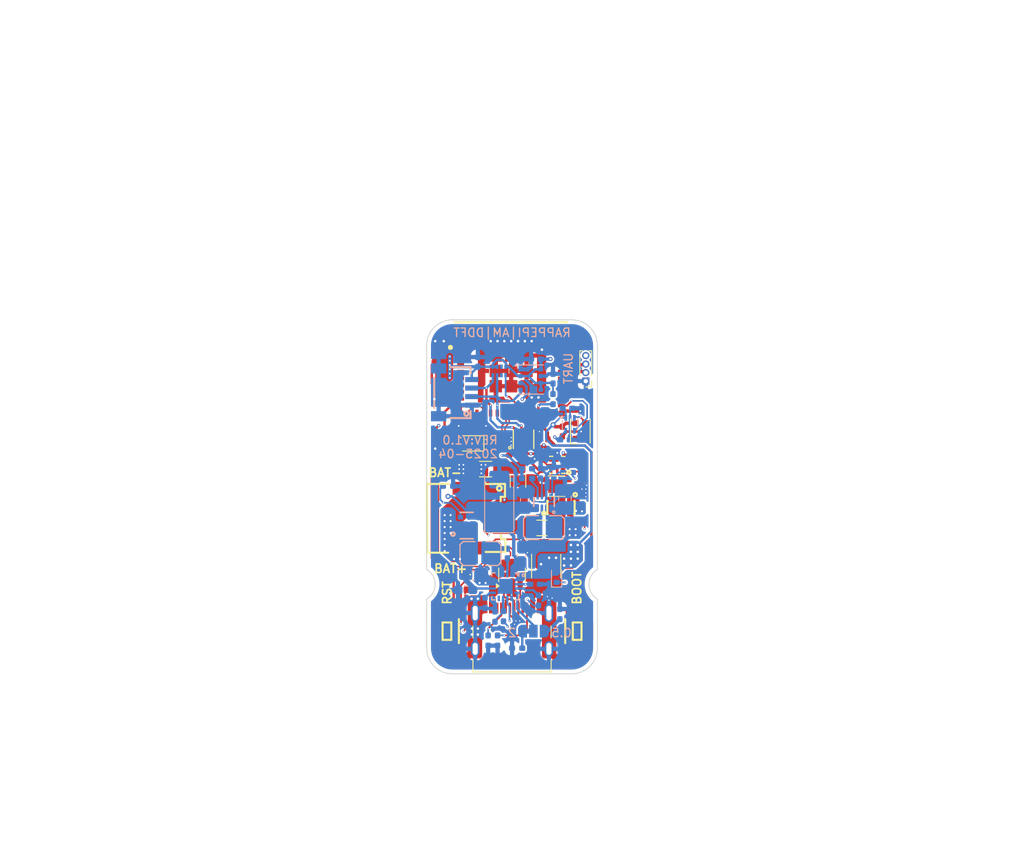
<source format=kicad_pcb>
(kicad_pcb (version 20240108) (generator "pcbnew") (generator_version "8.0")
  (layers (0 "F.Cu" signal) (1 "In1.Cu" signal) (2 "In2.Cu" signal) (31 "B.Cu" signal) (34 "B.Paste" user) (35 "F.Paste" user) (36 "B.SilkS" user "B.Silkscreen") (37 "F.SilkS" user "F.Silkscreen") (38 "B.Mask" user) (39 "F.Mask" user) (44 "Edge.Cuts" user))
  (net 0 "")
  (net 1 "GND")
  (net 2 "VSYS")
  (net 3 "+3V3")
  (net 4 "VBUS")
  (net 5 "Net-(C6-Pad1)")
  (net 6 "Net-(U7-BTST)")
  (net 7 "/REGN")
  (net 8 "+BATT")
  (net 9 "EN")
  (net 10 "Net-(U1-VSS)")
  (net 11 "Net-(U1-VDD)")
  (net 12 "Net-(U2-IO0)")
  (net 13 "Net-(U2-IO1)")
  (net 14 "Net-(D1-K)")
  (net 15 "Net-(D2-K)")
  (net 17 "Net-(D3-DIN)")
  (net 18 "Net-(U9-MODE)")
  (net 19 "Net-(F2-Pad1)")
  (net 20 "Net-(F2-Pad2)")
  (net 23 "Net-(J1-D+-PadA6)")
  (net 24 "Net-(J1-CC1)")
  (net 25 "Net-(J1-D--PadA7)")
  (net 26 "Net-(J1-CC2)")
  (net 27 "Net-(JP1-A)")
  (net 28 "Net-(JP1-B)")
  (net 29 "Net-(JP1-C)")
  (net 30 "SCL")
  (net 31 "SDA")
  (net 32 "Net-(U9-LX2)")
  (net 33 "Net-(U9-LX1)")
  (net 34 "Net-(Q2-S)")
  (net 35 "Net-(Q2-G)")
  (net 36 "Net-(Q4-G1)")
  (net 37 "Net-(Q4-G2)")
  (net 39 "Net-(U9-EN)")
  (net 40 "Net-(U9-FB)")
  (net 41 "Net-(U7-STAT)")
  (net 42 "Net-(U7-VSET)")
  (net 43 "Net-(U7-TS)")
  (net 44 "IO9")
  (net 45 "Net-(U1-BAT)")
  (net 46 "Net-(R19-Pad1)")
  (net 47 "Net-(U1-PACK)")
  (net 48 "Net-(U2-IO8)")
  (net 49 "ALRT")
  (net 53 "D-")
  (net 55 "D+")
  (net 62 "LED DATA")
  (net 70 "Net-(U5-VBUS)")
  (net 71 "Net-(J3-Pin_2)")
  (net 72 "Net-(J3-Pin_3)")
  (footprint "Capacitor_SMD:C_0603_1608Metric_Pad1.08x0.95mm_HandSolder" (layer "F.Cu") (at 141.5 95 -90)
    (property "Reference" "C14" (hide yes))
    (property "Value" "10u")
  )
  (footprint "Capacitor_SMD:C_0402_1005Metric_Pad0.74x0.62mm_HandSolder" (layer "F.Cu") (at 141.5 92.5 180)
    (property "Reference" "C13" (hide yes))
    (property "Value" "2.2u")
  )
  (footprint "Projet_Puissance:U-DFN2030-6_L2.0-W3.0-P0.65-BL-EP" (layer "F.Cu") (at 155.2 107 90)
    (property "Reference" "Q4" (hide yes))
    (property "Value" "DMN2016LHAB-7")
  )
  (footprint "Fuse:Fuse_1206_3216Metric_Pad1.42x1.75mm_HandSolder" (layer "F.Cu") (at 153.5 111.9 180)
    (property "Reference" "F2" (hide yes))
    (property "Value" "3A")
  )
  (footprint "Capacitor_SMD:C_0402_1005Metric_Pad0.74x0.62mm_HandSolder" (layer "F.Cu") (at 147.4 101.385 90)
    (property "Reference" "C16" (hide yes))
    (property "Value" "12p")
  )
  (footprint "Resistor_SMD:R_0402_1005Metric_Pad0.72x0.64mm_HandSolder" (layer "F.Cu") (at 141.5 100.55)
    (property "Reference" "R15" (hide yes))
    (property "Value" "10k")
  )
  (footprint "Capacitor_SMD:C_0402_1005Metric_Pad0.74x0.62mm_HandSolder" (layer "F.Cu") (at 157.1 103.9 90)
    (property "Reference" "C11" (hide yes))
    (property "Value" "100n")
  )
  (footprint "Resistor_SMD:R_0402_1005Metric_Pad0.72x0.64mm_HandSolder" (layer "F.Cu") (at 145.4 100.235)
    (property "Reference" "R24" (hide yes))
    (property "Value" "10M")
  )
  (footprint "Resistor_SMD:R_1206_3216Metric_Pad1.30x1.75mm_HandSolder" (layer "F.Cu") (at 146.9 105 180)
    (property "Reference" "R19" (hide yes))
    (property "Value" "3m 1%")
  )
  (footprint "Capacitor_SMD:C_0402_1005Metric_Pad0.74x0.62mm_HandSolder" (layer "F.Cu") (at 155.9 100.6 -90)
    (property "Reference" "C19" (hide yes))
    (property "Value" "100n")
  )
  (footprint "Resistor_SMD:R_0402_1005Metric_Pad0.72x0.64mm_HandSolder" (layer "F.Cu") (at 153.5 104.5 90)
    (property "Reference" "R20" (hide yes))
    (property "Value" "2k")
  )
  (footprint "Projet_Puissance:WIFIM-SMD_61P-L16.6-W13.2-P0.80-ESP32-C6-MINI-1-N4" (layer "F.Cu") (at 149.88 93.535)
    (property "Reference" "U2" (hide yes))
    (property "Value" "ESP32-C6-MINI-1-N4")
  )
  (footprint "Capacitor_SMD:C_0402_1005Metric_Pad0.74x0.62mm_HandSolder" (layer "F.Cu") (at 141.5 101.75 180)
    (property "Reference" "C10" (hide yes))
    (property "Value" "1u")
  )
  (footprint "Connector_PinHeader_1.00mm:PinHeader_1x04_P1.00mm_Vertical" (layer "F.Cu") (at 158.64 94.685 180)
    (property "Reference" "J3" (hide yes))
    (property "Value" "Conn_01x04_Pin")
  )
  (footprint "Projet_Puissance:CONN-SMD_SM02B-PASS-TLFSN" (layer "F.Cu") (at 147.0125 110.75 90)
    (property "Reference" "J2" (hide yes))
    (property "Value" "BAT")
  )
  (footprint "LED_SMD:LED_0402_1005Metric_Pad0.77x0.64mm_HandSolder" (layer "F.Cu") (at 144.645 118.575 -90)
    (property "Reference" "D1" (hide yes))
    (property "Value" "LED")
  )
  (footprint "Projet_Puissance:DFN-8_L2.0-W2.0-P0.50-BL-EP" (layer "F.Cu") (at 151.35 101.5)
    (property "Reference" "U3" (hide yes))
    (property "Value" "MAX17048G+T10")
  )
  (footprint "Resistor_SMD:R_1206_3216Metric_Pad1.30x1.75mm_HandSolder" (layer "F.Cu") (at 150.7 106.4 90)
    (property "Reference" "R21" (hide yes))
    (property "Value" "0.5m 1%")
  )
  (footprint "Projet_Puissance:X2QFN-8_L1.5-W1.5-P0.50-TL" (layer "F.Cu") (at 155.3 104.5 180)
    (property "Reference" "U1" (hide yes))
    (property "Value" "BQ298015RUGR")
  )
  (footprint "Connector_USB:USB_C_Receptacle_G-Switch_GT-USB-7010ASV" (layer "F.Cu") (at 150 125)
    (property "Reference" "J1" (hide yes))
    (property "Value" "USB_C_Receptacle_USB2.0_16P")
  )
  (footprint "Resistor_SMD:R_0402_1005Metric_Pad0.72x0.64mm_HandSolder" (layer "F.Cu") (at 158.1 103.65 -90)
    (property "Reference" "R18" (hide yes))
    (property "Value" "300")
  )
  (footprint "Capacitor_SMD:C_0402_1005Metric_Pad0.74x0.62mm_HandSolder" (layer "F.Cu") (at 153.2 102.1 -90)
    (property "Reference" "C18" (hide yes))
    (property "Value" "100n")
  )
  (footprint "Capacitor_SMD:C_0402_1005Metric_Pad0.74x0.62mm_HandSolder" (layer "F.Cu") (at 143.4 101.385 90)
    (property "Reference" "C15" (hide yes))
    (property "Value" "12p")
  )
  (footprint "Resistor_SMD:R_0402_1005Metric_Pad0.72x0.64mm_HandSolder" (layer "F.Cu") (at 157.6 111.25)
    (property "Reference" "R22" (hide yes))
    (property "Value" "10k")
  )
  (footprint "Projet_Puissance:KEY-SMD_KMR2XXGXXX" (layer "F.Cu") (at 157.99 124 -90)
    (property "Reference" "SW1" (hide yes))
    (property "Value" "KMR221GLFS")
  )
  (footprint "Projet_Puissance:TSST8-8_L3.0-W1.6-P0.65-LS2.0-BL" (layer "F.Cu") (at 155.7375 109.5)
    (property "Reference" "Q2" (hide yes))
    (property "Value" "RT1A050ZPTR")
  )
  (footprint "LED_SMD:LED_WS2812B-2020_PLCC4_2.0x2.0mm" (layer "F.Cu") (at 158 100.535 90)
    (property "Reference" "D3" (hide yes))
    (property "Value" "WS2812B-2020")
  )
  (footprint "Crystal:Crystal_SMD_2012-2Pin_2.0x1.2mm" (layer "F.Cu") (at 145.4 101.985 180)
    (property "Reference" "Y1" (hide yes))
    (property "Value" "32.768KHZ")
  )
  (footprint "Resistor_SMD:R_0402_1005Metric_Pad0.72x0.64mm_HandSolder" (layer "F.Cu") (at 158.1 105.9 90)
    (property "Reference" "R17" (hide yes))
    (property "Value" "20")
  )
  (footprint "Capacitor_SMD:C_0402_1005Metric_Pad0.74x0.62mm_HandSolder" (layer "F.Cu") (at 141.5 91.5 180)
    (property "Reference" "C12" (hide yes))
    (property "Value" "100n")
  )
  (footprint "Projet_Puissance:KEY-SMD_KMR2XXGXXX" (layer "F.Cu") (at 142.01 124 90)
    (property "Reference" "SW2" (hide yes))
    (property "Value" "KMR221GLFS")
  )
  (footprint "Resistor_SMD:R_0402_1005Metric_Pad0.72x0.64mm_HandSolder" (layer "F.Cu") (at 154.2 102.1 90)
    (property "Reference" "R14" (hide yes))
    (property "Value" "10k")
  )
  (footprint "Package_TO_SOT_SMD:SOT-23-6" (layer "F.Cu") (at 150 117.4 90)
    (property "Reference" "U5" (hide yes))
    (property "Value" "USBLC6-2SC6")
  )
  (footprint "Resistor_SMD:R_1812_4532Metric_Pad1.30x3.40mm_HandSolder" (layer "F.Cu") (at 154 116.375 90)
    (property "Reference" "F1" (hide yes))
    (property "Value" "ASMD1812-300")
  )
  (footprint "Capacitor_SMD:C_0402_1005Metric_Pad0.74x0.62mm_HandSolder" (layer "F.Cu") (at 150.25 103.37 180)
    (property "Reference" "C17" (hide yes))
    (property "Value" "100n")
  )
  (footprint "Capacitor_SMD:C_0402_1005Metric_Pad0.74x0.62mm_HandSolder" (layer "B.Cu") (at 152.4 116.75 90)
    (property "Reference" "C4" (hide yes))
    (property "Value" "2.2u")
  )
  (footprint "Package_LGA:Bosch_LGA-8_3x3mm_P0.8mm_ClockwisePinNumbering" (layer "B.Cu") (at 152.1875 94.5 -90)
    (property "Reference" "U6" (hide yes))
    (property "Value" "BME688")
  )
  (footprint "Capacitor_SMD:C_0603_1608Metric_Pad1.08x0.95mm_HandSolder" (layer "B.Cu") (at 144.53 119.18 180)
    (property "Reference" "C9" (hide yes))
    (property "Value" "10u")
  )
  (footprint "Resistor_SMD:R_Array_Concave_4x0402" (layer "B.Cu") (at 148.5 93.5 90)
    (property "Reference" "RN1" (hide yes))
    (property "Value" "2.2k")
  )
  (footprint "Capacitor_SMD:C_0402_1005Metric_Pad0.74x0.62mm_HandSolder" (layer "B.Cu") (at 156.2 101.565)
    (property "Reference" "C21" (hide yes))
    (property "Value" "100n")
  )
  (footprint "Projet_Puissance:L1008" (layer "B.Cu") (at 146.3 114.9 180)
    (property "Reference" "L2" (hide yes))
    (property "Value" "1u")
  )
  (footprint "Capacitor_SMD:C_0402_1005Metric_Pad0.74x0.62mm_HandSolder" (layer "B.Cu") (at 154.8 94.4 90)
    (property "Reference" "C23" (hide yes))
    (property "Value" "100n")
  )
  (footprint "Capacitor_SMD:C_0402_1005Metric_Pad0.74x0.62mm_HandSolder" (layer "B.Cu") (at 156.5 97.865 180)
    (property "Reference" "C20" (hide yes))
    (property "Value" "100n")
  )
  (footprint "Projet_Puissance:SOT-583-8_L2.1-W1.2-P0.50-LS1.6-BL" (layer "B.Cu") (at 153.75 108.85625 180)
    (property "Reference" "U9" (hide yes))
    (property "Value" "TPS631000DRLR")
  )
  (footprint "Package_TO_SOT_SMD:SOT-563" (layer "B.Cu") (at 156.8 99.75 -90)
    (property "Reference" "U8" (hide yes))
    (property "Value" "SN74LVC1T45DRL")
  )
  (footprint "Capacitor_SMD:C_0402_1005Metric_Pad0.74x0.62mm_HandSolder" (layer "B.Cu") (at 146 92.4325 90)
    (property "Reference" "C24" (hide yes))
    (property "Value" "100n")
  )
  (footprint "Resistor_SMD:R_0402_1005Metric_Pad0.72x0.64mm_HandSolder" (layer "B.Cu") (at 155.6 122 90)
    (property "Reference" "R16" (hide yes))
    (property "Value" "80k 1%")
  )
  (footprint "Projet_Puissance:QFN-16_L3.0-W3.0-P0.50-BL-EP1.7" (layer "B.Cu") (at 149.2 118.75 -90)
    (property "Reference" "U7" (hide yes))
    (property "Value" "BQ25300RTER")
  )
  (footprint "Resistor_SMD:R_0402_1005Metric_Pad0.72x0.64mm_HandSolder" (layer "B.Cu") (at 156.55 105.4 180)
    (property "Reference" "R2" (hide yes))
    (property "Value" "511k")
  )
  (footprint "Resistor_SMD:R_0402_1005Metric_Pad0.72x0.64mm_HandSolder" (layer "B.Cu") (at 148.3 125.1 -90)
    (property "Reference" "R5" (hide yes))
    (property "Value" "5k1")
  )
  (footprint "Capacitor_SMD:C_0402_1005Metric_Pad0.74x0.62mm_HandSolder" (layer "B.Cu") (at 158 108.60625 90)
    (property "Reference" "C3" (hide yes))
    (property "Value" "2.2u")
  )
  (footprint "Resistor_SMD:R_0402_1005Metric_Pad0.72x0.64mm_HandSolder" (layer "B.Cu") (at 142.5 107)
    (property "Reference" "R10" (hide yes))
    (property "Value" "10k")
  )
  (footprint "Resistor_SMD:R_0402_1005Metric_Pad0.72x0.64mm_HandSolder" (layer "B.Cu") (at 150.6 126 180)
    (property "Reference" "R7" (hide yes))
    (property "Value" "20k 1%")
  )
  (footprint "Projet_Puissance:TSST8-8_L3.0-W1.6-P0.65-LS2.0-BL" (layer "B.Cu") (at 144.68 111.62 90)
    (property "Reference" "Q1" (hide yes))
    (property "Value" "RT1A050ZPTR")
  )
  (footprint "Resistor_SMD:R_0402_1005Metric_Pad0.72x0.64mm_HandSolder" (layer "B.Cu") (at 149 122.25 90)
    (property "Reference" "R11" (hide yes))
    (property "Value" "10k")
  )
  (footprint "Resistor_SMD:R_0402_1005Metric_Pad0.72x0.64mm_HandSolder" (layer "B.Cu") (at 151.75 106.10625)
    (property "Reference" "R1" (hide yes))
    (property "Value" "10k")
  )
  (footprint "Capacitor_SMD:C_0603_1608Metric_Pad1.08x0.95mm_HandSolder" (layer "B.Cu") (at 151.1 115.15 90)
    (property "Reference" "C5" (hide yes))
    (property "Value" "10u")
  )
  (footprint "Capacitor_Tantalum_SMD:CP_EIA-6032-28_Kemet-C" (layer "B.Cu") (at 148.5 108.7 90)
    (property "Reference" "C25" (hide yes))
    (property "Value" "47u")
  )
  (footprint "Projet_Puissance:CONN-SMD_4P-P1.00_SM04B-SRSS-TB-LF-SN" (layer "B.Cu") (at 143.34 96 90)
    (property "Reference" "JP3" (hide yes))
    (property "Value" "PIR SENS")
  )
  (footprint "Resistor_SMD:R_0402_1005Metric_Pad0.72x0.64mm_HandSolder" (layer "B.Cu") (at 146.83 120.68 90)
    (property "Reference" "R9" (hide yes))
    (property "Value" "51k")
  )
  (footprint "Resistor_SMD:R_0402_1005Metric_Pad0.72x0.64mm_HandSolder" (layer "B.Cu") (at 148 122.3 90)
    (property "Reference" "R12" (hide yes))
    (property "Value" "10k")
  )
  (footprint "Capacitor_SMD:C_0402_1005Metric_Pad0.74x0.62mm_HandSolder" (layer "B.Cu") (at 152.8 92.1 180)
    (property "Reference" "C22" (hide yes))
    (property "Value" "100n")
  )
  (footprint "Capacitor_SMD:C_0603_1608Metric_Pad1.08x0.95mm_HandSolder" (layer "B.Cu") (at 145.45 117.5)
    (property "Reference" "C8" (hide yes))
    (property "Value" "10u")
  )
  (footprint "Resistor_SMD:R_0402_1005Metric_Pad0.72x0.64mm_HandSolder" (layer "B.Cu") (at 154.9 105.35 90)
    (property "Reference" "R3" (hide yes))
    (property "Value" "91k")
  )
  (footprint "Projet_Puissance:L1008" (layer "B.Cu") (at 153.75 111.85625 180)
    (property "Reference" "L1" (hide yes))
    (property "Value" "1u")
  )
  (footprint "Resistor_SMD:R_0402_1005Metric_Pad0.72x0.64mm_HandSolder" (layer "B.Cu") (at 147.2 125.1 -90)
    (property "Reference" "R6" (hide yes))
    (property "Value" "5k1")
  )
  (footprint "Jumper:SolderJumper-3_P1.3mm_Bridged12_RoundedPad1.0x1.5mm_NumberLabels" (layer "B.Cu") (at 152.5 124)
    (property "Reference" "JP1" (hide yes))
    (property "Value" "SolderJp")
  )
  (footprint "Capacitor_SMD:C_0402_1005Metric_Pad0.74x0.62mm_HandSolder" (layer "B.Cu") (at 149.45 114.9 -90)
    (property "Reference" "C6" (hide yes))
    (property "Value" "47n")
  )
  (footprint "Capacitor_SMD:C_0603_1608Metric_Pad1.08x0.95mm_HandSolder" (layer "B.Cu") (at 151.5 108.60625 90)
    (property "Reference" "C1" (hide yes))
    (property "Value" "22u")
  )
  (footprint "Capacitor_SMD:C_0402_1005Metric_Pad0.74x0.62mm_HandSolder" (layer "B.Cu") (at 152.7 118.5)
    (property "Reference" "C7" (hide yes))
    (property "Value" "2.2u")
  )
  (footprint "Resistor_SMD:R_0402_1005Metric_Pad0.72x0.64mm_HandSolder" (layer "B.Cu") (at 153.35 105.5 90)
    (property "Reference" "R4" (hide yes))
    (property "Value" "10k")
  )
  (footprint "Resistor_SMD:R_0402_1005Metric_Pad0.72x0.64mm_HandSolder" (layer "B.Cu") (at 151.75 104.96625)
    (property "Reference" "DNP1" (hide yes))
    (property "Value" "10k")
  )
  (footprint "Resistor_SMD:R_0402_1005Metric_Pad0.72x0.64mm_HandSolder" (layer "B.Cu") (at 154.8 96.8 -90)
    (property "Reference" "R23" (hide yes))
    (property "Value" "10k")
  )
  (footprint "Resistor_SMD:R_0402_1005Metric_Pad0.72x0.64mm_HandSolder" (layer "B.Cu") (at 153.1 120.4 90)
    (property "Reference" "R8" (hide yes))
    (property "Value" "1k")
  )
  (footprint "Diode_SMD:D_SOD-523" (layer "B.Cu") (at 155.2225 117.5775 90)
    (property "Reference" "D2" (hide yes))
    (property "Value" "BAT54XV2T1G")
  )
  (footprint "Capacitor_SMD:C_0805_2012Metric_Pad1.18x1.45mm_HandSolder" (layer "B.Cu") (at 156.2 108.40625 90)
    (property "Reference" "C2" (hide yes))
    (property "Value" "47u")
  )
  (gr_line (start 160 90.5) (end 160 116.775001) (stroke (width 0.1)) (layer "Edge.Cuts"))
  (gr_arc (start 160 120.224999) (mid 159.006104 118.5) (end 160 116.775001) (stroke (width 0.1)) (layer "Edge.Cuts"))
  (gr_arc (start 160 126) (mid 159.12132 128.12132) (end 157 129) (stroke (width 0.1)) (layer "Edge.Cuts"))
  (gr_line (start 140 90.5) (end 140 116.775001) (stroke (width 0.1)) (layer "Edge.Cuts"))
  (gr_line (start 140 120.224999) (end 140 126) (stroke (width 0.1)) (layer "Edge.Cuts"))
  (gr_line (start 143 87.5) (end 157 87.5) (stroke (width 0.1)) (layer "Edge.Cuts"))
  (gr_arc (start 140 116.775001) (mid 140.993897 118.5) (end 140 120.224999) (stroke (width 0.1)) (layer "Edge.Cuts"))
  (gr_arc (start 140 90.5) (mid 140.87868 88.37868) (end 143 87.5) (stroke (width 0.1)) (layer "Edge.Cuts"))
  (gr_line (start 160 120.224999) (end 160 126) (stroke (width 0.1)) (layer "Edge.Cuts"))
  (gr_arc (start 157 87.5) (mid 159.12132 88.37868) (end 160 90.5) (stroke (width 0.1)) (layer "Edge.Cuts"))
  (gr_line (start 157 129) (end 143 129) (stroke (width 0.1)) (layer "Edge.Cuts"))
  (gr_arc (start 143 129) (mid 140.87868 128.12132) (end 140 126) (stroke (width 0.1)) (layer "Edge.Cuts"))
  (gr_text "\n" (at 155.35 90.6 0) (layer "B.SilkS") (effects (font (size 1 1) (thickness 0.1)) (justify left bottom mirror)))
  (gr_text "REV:V1.0\n2025-04\n" (at 148.416148 103.804766 0) (layer "B.SilkS") (effects (font (size 1 1) (thickness 0.153)) (justify left bottom mirror)))
  (gr_text "RAPPEPI|AM|DDFT" (at 150 89 0) (layer "B.SilkS") (effects (font (size 1 1) (thickness 0.153)) (justify mirror)))
  (gr_text "UART" (at 156.6 93.2 90) (layer "B.SilkS") (effects (font (size 1 1) (thickness 0.153)) (justify mirror)))
  (gr_text "BAT+" (at 140.75 117.25 0) (layer "F.SilkS") (effects (font (size 1 1) (thickness 0.2) (bold yes)) (justify left bottom)))
  (gr_text "BAT-" (at 140.1 106 0) (layer "F.SilkS") (effects (font (size 1 1) (thickness 0.2) (bold yes)) (justify left bottom)))
  (gr_text "BOOT" (at 157.6 121 90) (layer "F.SilkS") (effects (font (size 1 1) (thickness 0.2) (bold yes)) (justify left)))
  (gr_text "RST\n" (at 142.4 121 90) (layer "F.SilkS") (effects (font (size 1 1) (thickness 0.2) (bold yes)) (justify left)))
  (segment (start 158.1 100.6) (end 156.4675 100.6) (width 0.28) (layer "F.Cu") (net 1))
  (segment (start 140.84 122.42) (end 141.56 121.7) (width 0.6) (layer "F.Cu") (net 1))
  (segment (start 142 90) (end 142.445 89.555) (width 0.6) (layer "F.Cu") (net 1))
  (segment (start 153.2 101.3325) (end 153 101.5325) (width 0.2) (layer "F.Cu") (net 1))
  (segment (start 141.7325 121.5275) (end 141.56 121.7) (width 0.6) (layer "F.Cu") (net 1))
  (segment (start 141.5 96.2) (end 140.9 96.8) (width 0.6) (layer "F.Cu") (net 1))
  (segment (start 149.9 102.200006) (end 149.9 101.750003) (width 0.28) (layer "F.Cu") (net 1))
  (segment (start 150.6 101.855) (end 150.955 101.5) (width 0.28) (layer "F.Cu") (net 1))
  (segment (start 151.4 113.3) (end 151.8 113.7) (width 0.2) (layer "F.Cu") (net 1))
  (segment (start 144.355 127.4) (end 145.68 126.075) (width 0.8) (layer "F.Cu") (net 1))
  (segment (start 156.4675 100.6) (end 155.9 101.1675) (width 0.28) (layer "F.Cu") (net 1))
  (segment (start 159.16 125.58) (end 159.16 124) (width 0.6) (layer "F.Cu") (net 1))
  (segment (start 150.955 101.5) (end 151.35 101.5) (width 0.28) (layer "F.Cu") (net 1))
  (segment (start 141 90) (end 142 90) (width 0.6) (layer "F.Cu") (net 1))
  (segment (start 152.9675 101.5) (end 153 101.5325) (width 0.6) (layer "F.Cu") (net 1))
  (segment (start 141.5 95.8625) (end 141.5 96.2) (width 0.6) (layer "F.Cu") (net 1))
  (segment (start 154.32 126.075) (end 154.32 126.32) (width 0.8) (layer "F.Cu") (net 1))
  (segment (start 159.15 123.99) (end 159.15 122.41) (width 0.6) (layer "F.Cu") (net 1))
  (segment (start 155.3 103.85) (end 155.15 104) (width 0.28) (layer "F.Cu") (net 1))
  (segment (start 150.6 102.43) (end 150.6 101.855) (width 0.28) (layer "F.Cu") (net 1))
  (segment (start 147.066114 114.25) (end 148.08234 113.233774) (width 0.2) (layer "F.Cu") (net 1))
  (segment (start 141.56 126.3) (end 141.56 126.95) (width 0.8) (layer "F.Cu") (net 1))
  (segment (start 142.01 127.4) (end 144.355 127.4) (width 0.8) (layer "F.Cu") (net 1))
  (segment (start 151.35 101.5) (end 150.3 101.5) (width 0.28) (layer "F.Cu") (net 1))
  (segment (start 157.99 127.4) (end 158.44 126.95) (width 0.8) (layer "F.Cu") (net 1))
  (segment (start 144.7825 114.25) (end 147.066114 114.25) (width 0.2) (layer "F.Cu") (net 1))
  (segment (start 151.8 113.7) (end 151.8 114.8) (width 0.2) (layer "F.Cu") (net 1))
  (segment (start 140.9325 92.5) (end 140.9325 92) (width 0.6) (layer "F.Cu") (net 1))
  (segment (start 151.05 113.3) (end 151.4 113.3) (width 0.2) (layer "F.Cu") (net 1))
  (segment (start 146.68 99.665) (end 146.68 98.435) (width 0.4) (layer "F.Cu") (net 1))
  (segment (start 149.9 102.200006) (end 149.9 103.1525) (width 0.28) (layer "F.Cu") (net 1))
  (segment (start 159.16 124) (end 159.15 123.99) (width 0.6) (layer "F.Cu") (net 1))
  (segment (start 155.3 103.85) (end 155.3 103.1) (width 0.28) (layer "F.Cu") (net 1))
  (segment (start 149.9 101.750003) (end 149.9 101.3) (width 0.28) (layer "F.Cu") (net 1))
  (segment (start 151.6 101.25) (end 151.35 101.5) (width 0.28) (layer "F.Cu") (net 1))
  (segment (start 150.3 101.5) (end 149.9 101.9) (width 0.28) (layer "F.Cu") (net 1))
  (segment (start 147.4 100.8175) (end 147.4 100.385) (width 0.4) (layer "F.Cu") (net 1))
  (segment (start 152.1 102.43) (end 152.1 101.935) (width 0.28) (layer "F.Cu") (net 1))
  (segment (start 154.32 126.32) (end 155.4 127.4) (width 0.8) (layer "F.Cu") (net 1))
  (segment (start 149.9 103.1525) (end 149.6825 103.37) (width 0.28) (layer "F.Cu") (net 1))
  (segment (start 155.4 127.4) (end 157.99 127.4) (width 0.8) (layer "F.Cu") (net 1))
  (segment (start 150.983774 113.233774) (end 151.05 113.3) (width 0.2) (layer "F.Cu") (net 1))
  (segment (start 140.6 92.8325) (end 140.9325 92.5) (width 0.28) (layer "F.Cu") (net 1))
  (segment (start 143.98 89.985) (end 143.98 88.635) (width 0.6) (layer "F.Cu") (net 1))
  (segment (start 140.84 125.58) (end 141.56 126.3) (width 0.6) (layer "F.Cu") (net 1))
  (segment (start 155.15 104) (end 154.62 104) (width 0.28) (layer "F.Cu") (net 1))
  (segment (start 141.56 126.95) (end 142.01 127.4) (width 0.8) (layer "F.Cu") (net 1))
  (segment (start 140.9325 102.5325) (end 141 102.6) (width 0.28) (layer "F.Cu") (net 1))
  (segment (start 140.9325 101.75) (end 140.9325 102.5325) (width 0.28) (layer "F.Cu") (net 1))
  (segment (start 140.84 124) (end 140.84 122.42) (width 0.6) (layer "F.Cu") (net 1))
  (segment (start 158.44 126.95) (end 158.44 126.3) (width 0.8) (layer "F.Cu") (net 1))
  (segment (start 152.1 101.935) (end 151.665 101.5) (width 0.28) (layer "F.Cu") (net 1))
  (segment (start 155.83 98.485) (end 156.115 98.2) (width 0.4) (layer "F.Cu") (net 1))
  (segment (start 140.6 94.9625) (end 140.6 92.8325) (width 0.28) (layer "F.Cu") (net 1))
  (segment (start 140.9325 90.0675) (end 140.9325 91.5) (width 0.6) (layer "F.Cu") (net 1))
  (segment (start 142.445 89.555) (end 143.98 89.555) (width 0.6) (layer "F.Cu") (net 1))
  (segment (start 156.115 98.2) (end 158 98.2) (width 0.4) (layer "F.Cu") (net 1))
  (segment (start 155.83 88.585) (end 143.93 88.585) (width 0.6) (layer "F.Cu") (net 1))
  (segment (start 141.5 95.8625) (end 140.6 94.9625) (width 0.28) (layer "F.Cu") (net 1))
  (segment (start 155.815 98.5) (end 155.83 98.485) (width 0.28) (layer "F.Cu") (net 1))
  (segment (start 144.7825 107.4) (end 144.7825 105.7675) (width 0.4) (layer "F.Cu") (net 1))
  (segment (start 143.93 98.485) (end 143.93 97.615) (width 0.4) (layer "F.Cu") (net 1))
  (segment (start 151.6 100.57) (end 151.6 101.25) (width 0.28) (layer "F.Cu") (net 1))
  (segment (start 143.75 98.685) (end 143.93 98.505) (width 0.4) (layer "F.Cu") (net 1))
  (segment (start 143.93 97.615) (end 143.98 97.565) (width 0.4) (layer "F.Cu") (net 1))
  (segment (start 158.44 126.3) (end 159.16 125.58) (width 0.6) (layer "F.Cu") (net 1))
  (segment (start 146.68 97.835) (end 146.68 98.435) (width 0.4) (layer "F.Cu") (net 1))
  (segment (start 143.98 90.365) (end 143.98 89.985) (width 0.6) (layer "F.Cu") (net 1))
  (segment (start 153.2 100.6) (end 153.2 101.3325) (width 0.2) (layer "F.Cu") (net 1))
  (segment (start 140.84 124) (end 140.84 125.58) (width 0.6) (layer "F.Cu") (net 1))
  (segment (start 146.41 97.565) (end 143.98 97.565) (width 0.4) (layer "F.Cu") (net 1))
  (segment (start 151.665 101.5) (end 151.35 101.5) (width 0.28) (layer "F.Cu") (net 1))
  (segment (start 141 90) (end 140.9325 90.0675) (width 0.6) (layer "F.Cu") (net 1))
  (segment (start 159.15 122.41) (end 158.44 121.7) (width 0.6) (layer "F.Cu") (net 1))
  (segment (start 143.75 99.935) (end 143.4 100.285) (width 0.4) (layer "F.Cu") (net 1))
  (segment (start 151.35 101.5) (end 152.9675 101.5) (width 0.6) (layer "F.Cu") (net 1))
  (segment (start 144.7825 105.7675) (end 145.35 105.2) (width 0.4) (layer "F.Cu") (net 1))
  (segment (start 158.45 101.45) (end 158.55 101.45) (width 0.28) (layer "F.Cu") (net 1))
  (segment (start 146.41 97.565) (end 146.68 97.835) (width 0.4) (layer "F.Cu") (net 1))
  (segment (start 148.08234 113.233774) (end 150.983774 113.233774) (width 0.2) (layer "F.Cu") (net 1))
  (segment (start 147.4 100.385) (end 146.68 99.665) (width 0.4) (layer "F.Cu") (net 1))
  (segment (start 140.9325 92) (end 140.9325 91.5) (width 0.6) (layer "F.Cu") (net 1))
  (segment (start 158.55 101.05) (end 158.1 100.6) (width 0.28) (layer "F.Cu") (net 1))
  (segment (start 143.4 100.285) (end 143.4 100.8175) (width 0.4) (layer "F.Cu") (net 1))
  (segment (start 158.55 101.45) (end 158.55 101.05) (width 0.28) (layer "F.Cu") (net 1))
  (segment (start 143.93 99.755) (end 143.93 98.485) (width 0.4) (layer "F.Cu") (net 1))
  (via (at 157.45 112.05) (size 0.5) (drill 0.25) (layers "F.Cu" "B.Cu") (net 1))
  (via (at 140.9 96.8) (size 0.6) (drill 0.3) (layers "F.Cu" "B.Cu") (net 1))
  (via (at 147.5 90) (size 0.6) (drill 0.3) (layers "F.Cu" "B.Cu") (net 1))
  (via (at 146.9 118.35) (size 0.5) (drill 0.25) (layers "F.Cu" "B.Cu") (net 1))
  (via (at 150.9 122.8) (size 0.25) (drill 0.15) (layers "F.Cu" "B.Cu") (net 1))
  (via (at 149.9 90) (size 0.6) (drill 0.3) (layers "F.Cu" "B.Cu") (net 1))
  (via (at 156.75 112.75) (size 0.5) (drill 0.25) (layers "F.Cu" "B.Cu") (net 1))
  (via (at 146.2 118.35) (size 0.5) (drill 0.25) (layers "F.Cu" "B.Cu") (net 1))
  (via (at 146.4 105.5) (size 0.4) (drill 0.2) (layers "F.Cu" "B.Cu") (net 1))
  (via (at 146.4 104.5) (size 0.4) (drill 0.2) (layers "F.Cu" "B.Cu") (net 1))
  (via (at 149.94 119.75) (size 0.25) (drill 0.15) (layers "F.Cu" "B.Cu") (net 1))
  (via (at 155.3 103.1) (size 0.4) (drill 0.2) (layers "F.Cu" "B.Cu") (net 1))
  (via (at 157.45 112.75) (size 0.5) (drill 0.25) (layers "F.Cu" "B.Cu") (net 1))
  (via (at 152.3 90) (size 0.6) (drill 0.3) (layers "F.Cu" "B.Cu") (net 1))
  (via (at 151.5 90) (size 0.6) (drill 0.3) (layers "F.Cu" "B.Cu") (net 1))
  (via (at 158.75 106.9) (size 0.25) (drill 0.15) (layers "F.Cu" "B.Cu") (net 1))
  (via (at 153.5 91) (size 0.6) (drill 0.3) (layers "F.Cu" "B.Cu") (net 1))
  (via (at 145.3 124.4) (size 0.6) (drill 0.3) (layers "F.Cu" "B.Cu") (net 1))
  (via (at 146 120.2) (size 0.6) (drill 0.3) (layers "F.Cu" "B.Cu") (net 1))
  (via (at 158.65 107.35) (size 0.25) (drill 0.15) (layers "F.Cu" "B.Cu") (net 1))
  (via (at 146 123.7) (size 0.6) (drill 0.3) (layers "F.Cu" "B.Cu") (net 1))
  (via (at 150.3 123.2) (size 0.25) (drill 0.15) (layers "F.Cu" "B.Cu") (net 1))
  (via (at 149.9 101.750003) (size 0.25) (drill 0.15) (layers "F.Cu" "B.Cu") (net 1))
  (via (at 144.3 104.5) (size 0.4) (drill 0.2) (layers "F.Cu" "B.Cu") (net 1))
  (via (at 150.45 122.8) (size 0.25) (drill 0.15) (layers "F.Cu" "B.Cu") (net 1))
  (via (at 146.95 99.935) (size 0.4) (drill 0.2) (layers "F.Cu" "B.Cu") (net 1))
  (via (at 143.8 105) (size 0.4) (drill 0.2) (layers "F.Cu" "B.Cu") (net 1))
  (via (at 143.8 104.5) (size 0.4) (drill 0.2) (layers "F.Cu" "B.Cu") (net 1))
  (via (at 149.1 90) (size 0.6) (drill 0.3) (layers "F.Cu" "B.Cu") (net 1))
  (via (at 146.4 105) (size 0.4) (drill 0.2) (layers "F.Cu" "B.Cu") (net 1))
  (via (at 145.25 120.2) (size 0.6) (drill 0.3) (layers "F.Cu" "B.Cu") (net 1))
  (via (at 153.2 100.6) (size 0.25) (drill 0.15) (layers "F.Cu" "B.Cu") (net 1))
  (via (at 141 102.6) (size 0.6) (drill 0.3) (layers "F.Cu" "B.Cu") (net 1))
  (via (at 151.05 113.3) (size 0.25) (drill 0.15) (layers "F.Cu" "B.Cu") (net 1))
  (via (at 150.7 90) (size 0.6) (drill 0.3) (layers "F.Cu" "B.Cu") (net 1))
  (via (at 146 124.4) (size 0.6) (drill 0.3) (layers "F.Cu" "B.Cu") (net 1))
  (via (at 156.75 112.05) (size 0.5) (drill 0.25) (layers "F.Cu" "B.Cu") (net 1))
  (via (at 148.3 90) (size 0.6) (drill 0.3) (layers "F.Cu" "B.Cu") (net 1))
  (via (at 154.15 119.95) (size 0.25) (drill 0.15) (layers "F.Cu" "B.Cu") (net 1))
  (via (at 152.65 103.8) (size 0.4) (drill 0.2) (layers "F.Cu" "B.Cu") (net 1))
  (via (at 144.3 105) (size 0.4) (drill 0.2) (layers "F.Cu" "B.Cu") (net 1))
  (via (at 158.2 107.35) (size 0.25) (drill 0.15) (layers "F.Cu" "B.Cu") (net 1))
  (via (at 153.1 96.6) (size 0.6) (drill 0.3) (layers "F.Cu" "B.Cu") (net 1))
  (via (at 158.1 100.6) (size 0.4) (drill 0.2) (layers "F.Cu" "B.Cu") (net 1))
  (via (at 146.41 97.565) (size 0.25) (drill 0.15) (layers "F.Cu" "B.Cu") (net 1))
  (via (at 144.3 105.5) (size 0.4) (drill 0.2) (layers "F.Cu" "B.Cu") (net 1))
  (via (at 154.317127 120.367817) (size 0.25) (drill 0.15) (layers "F.Cu" "B.Cu") (net 1))
  (via (at 149.9 102.200006) (size 0.25) (drill 0.15) (layers "F.Cu" "B.Cu") (net 1))
  (via (at 149.9 101.3) (size 0.25) (drill 0.15) (layers "F.Cu" "B.Cu") (net 1))
  (via (at 146.9 104.5) (size 0.4) (drill 0.2) (layers "F.Cu" "B.Cu") (net 1))
  (via (at 158.65 108.25) (size 0.25) (drill 0.15) (layers "F.Cu" "B.Cu") (net 1))
  (via (at 142 90) (size 0.6) (drill 0.3) (layers "F.Cu" "B.Cu") (net 1))
  (via (at 152.3 96.6) (size 0.6) (drill 0.3) (layers "F.Cu" "B.Cu") (net 1))
  (via (at 151.8 114.8) (size 0.25) (drill 0.15) (layers "F.Cu" "B.Cu") (net 1))
  (via (at 158.65 107.8) (size 0.25) (drill 0.15) (layers "F.Cu" "B.Cu") (net 1))
  (via (at 145.3 123.7) (size 0.6) (drill 0.3) (layers "F.Cu" "B.Cu") (net 1))
  (via (at 141 90) (size 0.6) (drill 0.3) (layers "F.Cu" "B.Cu") (net 1))
  (via (at 154.695418 120.124101) (size 0.25) (drill 0.15) (layers "F.Cu" "B.Cu") (net 1))
  (via (at 143.75 99.935) (size 0.4) (drill 0.2) (layers "F.Cu" "B.Cu") (net 1))
  (via (at 158 98.2) (size 0.4) (drill 0.2) (layers "F.Cu" "B.Cu") (net 1))
  (segment (start 149.94 119.75) (end 149.94 119.44) (width 0.28) (layer "B.Cu") (net 1))
  (segment (start 149.94 119.75) (end 149.94 119.99) (width 0.28) (layer "B.Cu") (net 1))
  (segment (start 151.5 107.74375) (end 150.00625 107.74375) (width 1) (layer "B.Cu") (net 1))
  (segment (start 154.0475 105.6) (end 154.1 105.6) (width 0.28) (layer "B.Cu") (net 1))
  (segment (start 154 94.1) (end 154.2675 93.8325) (width 0.4) (layer "B.Cu") (net 1))
  (segment (start 149.94 119.99) (end 149.95 120) (width 0.28) (layer "B.Cu") (net 1))
  (segment (start 147.6475 121.35) (end 146.9025 121.35) (width 0.4) (layer "B.Cu") (net 1))
  (segment (start 150.105 120.315) (end 150.105 121.495) (width 0.2) (layer "B.Cu") (net 1))
  (segment (start 146.2775 121.2775) (end 145.68 121.875) (width 0.4) (layer "B.Cu") (net 1))
  (segment (start 148 121.7025) (end 147.6475 121.35) (width 0.4) (layer "B.Cu") (net 1))
  (segment (start 150.00625 107.74375) (end 148.5 106.2375) (width 1) (layer "B.Cu") (net 1))
  (segment (start 146.83 121.2775) (end 146.2775 121.2775) (width 0.4) (layer "B.Cu") (net 1))
  (segment (start 153.35 104.9025) (end 154.0475 105.6) (width 0.28) (layer "B.Cu") (net 1))
  (segment (start 153.375 94.1) (end 154 94.1) (width 0.4) (layer "B.Cu") (net 1))
  (segment (start 149.94 119.44) (end 149.7 119.2) (width 0.28) (layer "B.Cu") (net 1))
  (segment (start 154.1 107.4) (end 154.1 105.6) (width 0.28) (layer "B.Cu") (net 1))
  (segment (start 156.8 98.1325) (end 157.0675 97.865) (width 0.2) (layer "B.Cu") (net 1))
  (segment (start 154.1 105.6) (end 154.8475 104.8525) (width 0.28) (layer "B.Cu") (net 1))
  (segment (start 154 108.21625) (end 154 107.5) (width 0.28) (layer "B.Cu") (net 1))
  (segment (start 149.95 120.16) (end 150.105 120.315) (width 0.2) (layer "B.Cu") (net 1))
  (segment (start 154 107.5) (end 154.1 107.4) (width 0.28) (layer "B.Cu") (net 1))
  (segment (start 149.95 120) (end 149.95 120.16) (width 0.28) (layer "B.Cu") (net 1))
  (segment (start 156.8 99) (end 156.8 98.1325) (width 0.2) (layer "B.Cu") (net 1))
  (segment (start 146.9025 121.35) (end 146.83 121.2775) (width 0.4) (layer "B.Cu") (net 1))
  (segment (start 154.8475 104.8525) (end 154.9 104.8525) (width 0.28) (layer "B.Cu") (net 1))
  (segment (start 148.95 106.75625) (end 148.5 106.30625) (width 1) (layer "B.Cu") (net 1))
  (segment (start 154.2675 93.8325) (end 154.8 93.8325) (width 0.4) (layer "B.Cu") (net 1))
  (segment (start 156.8 99) (end 156.8 100.5) (width 0.2) (layer "B.Cu") (net 1))
  (via (at 148.8 103.4) (size 0.25) (drill 0.15) (layers "F.Cu" "B.Cu") (net 2))
  (via (at 142.5 108.2) (size 0.6) (drill 0.3) (layers "F.Cu" "B.Cu") (net 2))
  (segment (start 148.8 103.4) (end 149.5 103.4) (width 0.28) (layer "B.Cu") (net 2))
  (segment (start 151.1525 106.10625) (end 151.1525 104.96625) (width 0.4) (layer "B.Cu") (net 2))
  (segment (start 151.5 109.46875) (end 150.19375 109.46875) (width 1) (layer "B.Cu") (net 2))
  (segment (start 151.1 116.0125) (end 150.2 115.1125) (width 0.4) (layer "B.Cu") (net 2))
  (segment (start 150.2 115.1125) (end 150.2 112.8625) (width 0.4) (layer "B.Cu") (net 2))
  (segment (start 150.2 112.8625) (end 148.5 111.1625) (width 0.4) (layer "B.Cu") (net 2))
  (segment (start 150.19375 109.46875) (end 148.5 111.1625) (width 1) (layer "B.Cu") (net 2))
  (segment (start 142.5 108.2) (end 142.97 108.2) (width 0.28) (layer "B.Cu") (net 2))
  (segment (start 142.97 108.2) (end 145.41 110.64) (width 0.28) (layer "B.Cu") (net 2))
  (segment (start 151.1525 104.96625) (end 151.06625 104.96625) (width 0.2) (layer "B.Cu") (net 2))
  (segment (start 149.5 103.4) (end 151.06625 104.96625) (width 0.28) (layer "B.Cu") (net 2))
  (segment (start 153 102.8175) (end 152.6175 103.2) (width 0.28) (layer "F.Cu") (net 3))
  (segment (start 153 102.6675) (end 153 102.8175) (width 0.28) (layer "F.Cu") (net 3))
  (segment (start 151.9 103.2) (end 151.6 102.9) (width 0.28) (layer "F.Cu") (net 3))
  (segment (start 153.727005 102.224505) (end 154.2 102.6975) (width 0.4) (layer "F.Cu") (net 3))
  (segment (start 153.727005 102.164371) (end 153.727005 102.224505) (width 0.4) (layer "F.Cu") (net 3))
  (segment (start 151.6 102.9) (end 151.6 102.43) (width 0.28) (layer "F.Cu") (net 3))
  (segment (start 152.6175 103.2) (end 152.2 103.2) (width 0.28) (layer "F.Cu") (net 3))
  (segment (start 152.2 103.2) (end 151.9 103.2) (width 0.28) (layer "F.Cu") (net 3))
  (segment (start 153.727005 102.164371) (end 153.223876 102.6675) (width 0.4) (layer "F.Cu") (net 3))
  (segment (start 153.223876 102.6675) (end 153.2 102.6675) (width 0.4) (layer "F.Cu") (net 3))
  (segment (start 141.4 99.9) (end 140.9025 100.3975) (width 0.28) (layer "F.Cu") (net 3))
  (segment (start 140.9025 100.3975) (end 140.9025 100.55) (width 0.28) (layer "F.Cu") (net 3))
  (via (at 155 101.25) (size 0.4) (drill 0.2) (layers "F.Cu" "B.Cu") (net 3))
  (via (at 157.5 109.9) (size 0.5) (drill 0.25) (layers "F.Cu" "B.Cu") (net 3))
  (via (at 142.7 92.3) (size 0.4) (drill 0.2) (layers "F.Cu" "B.Cu") (net 3))
  (via (at 142.7 91.8) (size 0.4) (drill 0.2) (layers "F.Cu" "B.Cu") (net 3))
  (via (at 157.4 106.1) (size 0.25) (drill 0.15) (layers "F.Cu" "B.Cu") (net 3))
  (via (at 153.727005 102.164371) (size 0.4) (drill 0.2) (layers "F.Cu" "B.Cu") (net 3))
  (via (at 154.5 92.1) (size 0.5) (drill 0.25) (layers "F.Cu" "B.Cu") (net 3))
  (via (at 142.7 93.8) (size 0.4) (drill 0.2) (layers "F.Cu" "B.Cu") (net 3))
  (via (at 141.4 99.9) (size 0.4) (drill 0.2) (layers "F.Cu" "B.Cu") (net 3))
  (via (at 142.7 93.3) (size 0.4) (drill 0.2) (layers "F.Cu" "B.Cu") (net 3))
  (via (at 142.7 94.3) (size 0.4) (drill 0.2) (layers "F.Cu" "B.Cu") (net 3))
  (via (at 142.7 92.8) (size 0.4) (drill 0.2) (layers "F.Cu" "B.Cu") (net 3))
  (via (at 152.2 103.2) (size 0.4) (drill 0.2) (layers "F.Cu" "B.Cu") (net 3))
  (via (at 158.2 109.95) (size 0.5) (drill 0.25) (layers "F.Cu" "B.Cu") (net 3))
  (segment (start 146 93) (end 142.9 93) (width 0.4) (layer "B.Cu") (net 3))
  (segment (start 157.0975 105.45625) (end 157.0975 105.7975) (width 0.2) (layer "B.Cu") (net 3))
  (segment (start 153.375 92.1075) (end 153.3675 92.1) (width 0.4) (layer "B.Cu") (net 3))
  (segment (start 155 101.25) (end 155.315 101.565) (width 0.28) (layer "B.Cu") (net 3))
  (segment (start 142.7 94.3) (end 142.7 91.8) (width 0.4) (layer "B.Cu") (net 3))
  (segment (start 149.31 92.61) (end 149.31 93) (width 0.28) (layer "B.Cu") (net 3))
  (segment (start 144.965 94.5) (end 145.28 94.5) (width 0.28) (layer "B.Cu") (net 3))
  (segment (start 150.7 94.1) (end 151 94.1) (width 0.28) (layer "B.Cu") (net 3))
  (segment (start 154.865 95) (end 154.765 94.9) (width 0.28) (layer "B.Cu") (net 3))
  (segment (start 155.6325 101.565) (end 155.6325 101.1675) (width 0.2) (layer "B.Cu") (net 3))
  (segment (start 157.0975 105.7975) (end 157.4 106.1) (width 0.2) (layer "B.Cu") (net 3))
  (segment (start 149.6 93) (end 150.7 94.1) (width 0.28) (layer "B.Cu") (net 3))
  (segment (start 155.6325 101.1675) (end 156.3 100.5) (width 0.2) (layer "B.Cu") (net 3))
  (segment (start 154.8 94.9675) (end 154.8325 94.9675) (width 0.2) (layer "B.Cu") (net 3))
  (segment (start 152.7 94.9) (end 153.375 94.9) (width 0.28) (layer "B.Cu") (net 3))
  (segment (start 149.25 93) (end 149.6 93) (width 0.28) (layer "B.Cu") (net 3))
  (segment (start 151.9 94.1) (end 152.7 93.3) (width 0.28) (layer "B.Cu") (net 3))
  (segment (start 155.315 101.565) (end 155.6325 101.565) (width 0.28) (layer "B.Cu") (net 3))
  (segment (start 154.8 96.2025) (end 154.8 94.9675) (width 0.2) (layer "B.Cu") (net 3))
  (segment (start 145.28 94.5) (end 145.28 93.72) (width 0.28) (layer "B.Cu") (net 3))
  (segment (start 154.8325 94.9675) (end 154.865 95) (width 0.2) (layer "B.Cu") (net 3))
  (segment (start 151 94.1) (end 151.9 94.1) (width 0.28) (layer "B.Cu") (net 3))
  (segment (start 153.375 93.3) (end 153.375 92.1075) (width 0.4) (layer "B.Cu") (net 3))
  (segment (start 147.75 93) (end 147.75 92.65) (width 0.28) (layer "B.Cu") (net 3))
  (segment (start 152.7 93.3) (end 153.375 93.3) (width 0.28) (layer "B.Cu") (net 3))
  (segment (start 154.765 94.9) (end 153.375 94.9) (width 0.28) (layer "B.Cu") (net 3))
  (segment (start 147.75 92.65) (end 148.2 92.2) (width 0.28) (layer "B.Cu") (net 3))
  (segment (start 153.375 95.7) (end 153.375 94.9) (width 0.28) (layer "B.Cu") (net 3))
  (segment (start 142.9 93) (end 142.7 92.8) (width 0.4) (layer "B.Cu") (net 3))
  (segment (start 154.5 92.1) (end 153.3675 92.1) (width 0.4) (layer "B.Cu") (net 3))
  (segment (start 151.9 94.1) (end 152.7 94.9) (width 0.28) (layer "B.Cu") (net 3))
  (segment (start 148.9 92.2) (end 149.31 92.61) (width 0.28) (layer "B.Cu") (net 3))
  (segment (start 145.28 93.72) (end 146 93) (width 0.28) (layer "B.Cu") (net 3))
  (segment (start 148.2 92.2) (end 148.9 92.2) (width 0.28) (layer "B.Cu") (net 3))
  (segment (start 148.25 93) (end 146 93) (width 0.28) (layer "B.Cu") (net 3))
  (segment (start 156.3125 99.62) (end 155.9 100.0325) (width 0.4) (layer "F.Cu") (net 4))
  (segment (start 155.9 100.0325) (end 155.0325 100.0325) (width 0.4) (layer "F.Cu") (net 4))
  (segment (start 155.0325 100.0325) (end 154.8025 99.8025) (width 0.4) (layer "F.Cu") (net 4))
  (segment (start 157.45 99.62) (end 156.3125 99.62) (width 0.4) (layer "F.Cu") (net 4))
  (via (at 156.9 113.9) (size 0.6) (drill 0.3) (layers "F.Cu" "B.Cu") (net 4))
  (via (at 154.35 115.4) (size 0.6) (drill 0.3) (layers "F.Cu" "B.Cu") (net 4))
  (via (at 156.9 116.3) (size 0.6) (drill 0.3) (layers "F.Cu" "B.Cu") (net 4))
  (via (at 156.1 116.3) (size 0.6) (drill 0.3) (layers "F.Cu" "B.Cu") (net 4))
  (via (at 157.7 113.9) (size 0.6) (drill 0.3) (layers "F.Cu" "B.Cu") (net 4))
  (via (at 157.7 115.5) (size 0.6) (drill 0.3) (layers "F.Cu" "B.Cu") (net 4))
  (via (at 156.1 115.5) (size 0.6) (drill 0.3) (layers "F.Cu" "B.Cu") (net 4))
  (via (at 154.8025 99.8025) (size 0.6) (drill 0.3) (layers "F.Cu" "B.Cu") (net 4))
  (via (at 149.75 122.8) (size 0.25) (drill 0.15) (layers "F.Cu" "B.Cu") (net 4))
  (via (at 156.9 114.7) (size 0.6) (drill 0.3) (layers "F.Cu" "B.Cu") (net 4))
  (via (at 156.9 115.5) (size 0.6) (drill 0.3) (layers "F.Cu" "B.Cu") (net 4))
  (via (at 157.7 114.7) (size 0.6) (drill 0.3) (layers "F.Cu" "B.Cu") (net 4))
  (via (at 155.15 115.4) (size 0.6) (drill 0.3) (layers "F.Cu" "B.Cu") (net 4))
  (via (at 153.4 116.15) (size 0.6) (drill 0.3) (layers "F.Cu" "B.Cu") (net 4))
  (segment (start 155.605 99) (end 156.3 99) (width 0.2) (layer "B.Cu") (net 4))
  (segment (start 154 101.5) (end 154.75 102.25) (width 0.28) (layer "B.Cu") (net 4))
  (segment (start 149.45 120.85) (end 149.45 120.16) (width 0.2) (layer "B.Cu") (net 4))
  (segment (start 154 100.605) (end 154 101.5) (width 0.28) (layer "B.Cu") (net 4))
  (segment (start 158.55 102.25) (end 159.3 103) (width 0.28) (layer "B.Cu") (net 4))
  (segment (start 154.8025 99.8025) (end 155.605 99) (width 0.2) (layer "B.Cu") (net 4))
  (segment (start 159.3 112.3) (end 157.7 113.9) (width 0.28) (layer "B.Cu") (net 4))
  (segment (start 149.75 122.8) (end 149.705 122.755) (width 0.2) (layer "B.Cu") (net 4))
  (segment (start 156.3 98.2325) (end 155.9325 97.865) (width 0.2) (layer "B.Cu") (net 4))
  (segment (start 149.705 122.755) (end 149.705 121.105) (width 0.2) (layer "B.Cu") (net 4))
  (segment (start 159.3 103) (end 159.3 112.3) (width 0.28) (layer "B.Cu") (net 4))
  (segment (start 149.705 121.105) (end 149.45 120.85) (width 0.2) (layer "B.Cu") (net 4))
  (segment (start 154.75 102.25) (end 158.55 102.25) (width 0.28) (layer "B.Cu") (net 4))
  (segment (start 154.8025 99.8025) (end 154 100.605) (width 0.28) (layer "B.Cu") (net 4))
  (segment (start 156.3 99) (end 156.3 98.2325) (width 0.2) (layer "B.Cu") (net 4))
  (segment (start 149.45 114.3325) (end 148.0375 114.3325) (width 0.6) (layer "B.Cu") (net 5))
  (segment (start 148.0375 114.3325) (end 147.47 114.9) (width 0.6) (layer "B.Cu") (net 5))
  (segment (start 149.45 117.34) (end 149.45 115.4675) (width 0.28) (layer "B.Cu") (net 6))
  (segment (start 149.45 115.4675) (end 149.5 115.4175) (width 0.2) (layer "B.Cu") (net 6))
  (segment (start 144.5 119.2925) (end 144.645 119.1475) (width 0.2) (layer "F.Cu") (net 7))
  (segment (start 144.3 124) (end 144.5 123.8) (width 0.2) (layer "F.Cu") (net 7))
  (segment (start 144.5 123.8) (end 144.5 119.2925) (width 0.2) (layer "F.Cu") (net 7))
  (via (at 151.574999 118.5) (size 0.25) (drill 0.15) (layers "F.Cu" "B.Cu") (net 7))
  (via (at 144.3 124) (size 0.25) (drill 0.15) (layers "F.Cu" "B.Cu") (net 7))
  (via (at 149.5 123.5) (size 0.25) (drill 0.15) (layers "F.Cu" "B.Cu") (net 7))
  (segment (start 152.1275 118.505) (end 152.1325 118.5) (width 0.2) (layer "B.Cu") (net 7))
  (segment (start 149.5 123.5) (end 149.5 123.3975) (width 0.2) (layer "B.Cu") (net 7))
  (segment (start 149.5 123.3975) (end 148.95 122.8475) (width 0.2) (layer "B.Cu") (net 7))
  (segment (start 151.574999 118.5) (end 150.61 118.5) (width 0.28) (layer "B.Cu") (net 7))
  (segment (start 151.574999 118.5) (end 152.1325 118.5) (width 0.28) (layer "B.Cu") (net 7))
  (segment (start 152.6 105.9975) (end 152.6 106.2) (width 0.28) (layer "F.Cu") (net 8))
  (segment (start 153.5 105.0975) (end 153.0975 105.0975) (width 0.28) (layer "F.Cu") (net 8))
  (segment (start 151.37 103.37) (end 150.8175 103.37) (width 0.28) (layer "F.Cu") (net 8))
  (segment (start 151.1 102.43) (end 151.1 103.0875) (width 0.28) (layer "F.Cu") (net 8))
  (segment (start 151.1 103.0875) (end 150.8175 103.37) (width 0.28) (layer "F.Cu") (net 8))
  (segment (start 153.0975 105.0975) (end 151.37 103.37) (width 0.28) (layer "F.Cu") (net 8))
  (segment (start 153.5 105.0975) (end 152.6 105.9975) (width 0.28) (layer "F.Cu") (net 8))
  (via (at 142.1 113.9) (size 0.5) (drill 0.25) (layers "F.Cu" "B.Cu") (net 8))
  (via (at 142.1 113.2) (size 0.5) (drill 0.25) (layers "F.Cu" "B.Cu") (net 8))
  (via (at 142.1 114.6) (size 0.5) (drill 0.25) (layers "F.Cu" "B.Cu") (net 8))
  (via (at 143.2 115.55) (size 0.5) (drill 0.25) (layers "F.Cu" "B.Cu") (net 8))
  (via (at 143.9 115.55) (size 0.5) (drill 0.25) (layers "F.Cu" "B.Cu") (net 8))
  (via (at 142.1 111.8) (size 0.5) (drill 0.25) (layers "F.Cu" "B.Cu") (net 8))
  (via (at 142.8 110.4) (size 0.5) (drill 0.25) (layers "F.Cu" "B.Cu") (net 8))
  (via (at 142.8 111.1) (size 0.5) (drill 0.25) (layers "F.Cu" "B.Cu") (net 8))
  (via (at 142.1 111.1) (size 0.5) (drill 0.25) (layers "F.Cu" "B.Cu") (net 8))
  (via (at 142.1 110.4) (size 0.5) (drill 0.25) (layers "F.Cu" "B.Cu") (net 8))
  (via (at 142.1 112.5) (size 0.5) (drill 0.25) (layers "F.Cu" "B.Cu") (net 8))
  (via (at 142.8 111.8) (size 0.5) (drill 0.25) (layers "F.Cu" "B.Cu") (net 8))
  (via (at 142.8 112.5) (size 0.5) (drill 0.25) (layers "F.Cu" "B.Cu") (net 8))
  (segment (start 144.5375 117.5) (end 144.5875 117.5) (width 0.6) (layer "B.Cu") (net 8))
  (segment (start 144.5875 117.5) (end 144.5875 118.0375) (width 0.6) (layer "B.Cu") (net 8))
  (segment (start 145.3425 118.7925) (end 145.3425 119.18) (width 0.6) (layer "B.Cu") (net 8))
  (segment (start 147.79 119) (end 145.5725 119) (width 0.28) (layer "B.Cu") (net 8))
  (segment (start 145.5725 119) (end 145.3925 119.18) (width 0.28) (layer "B.Cu") (net 8))
  (segment (start 144.5875 118.0375) (end 145.3425 118.7925) (width 0.6) (layer "B.Cu") (net 8))
  (segment (start 140.6002 105.551554) (end 140.6002 115.4002) (width 0.28) (layer "F.Cu") (net 9))
  (segment (start 142.0675 101.75) (end 142.0675 104.084254) (width 0.28) (layer "F.Cu") (net 9))
  (segment (start 142.0975 98.3025) (end 142.8 97.6) (width 0.28) (layer "F.Cu") (net 9))
  (segment (start 142.0675 100.58) (end 142.0975 100.55) (width 0.2) (layer "F.Cu") (net 9))
  (segment (start 143.16 126.3) (end 143.16 121.86) (width 0.6) (layer "F.Cu") (net 9))
  (segment (start 142.0675 104.084254) (end 140.6002 105.551554) (width 0.28) (layer "F.Cu") (net 9))
  (segment (start 143.155 126.305) (end 143.16 126.3) (width 0.6) (layer "F.Cu") (net 9))
  (segment (start 142.0975 100.55) (end 142.0975 98.3025) (width 0.28) (layer "F.Cu") (net 9))
  (segment (start 143.57 95.165) (end 143.98 95.165) (width 0.28) (layer "F.Cu") (net 9))
  (segment (start 143.16 121.86) (end 143.0025 121.7025) (width 0.6) (layer "F.Cu") (net 9))
  (segment (start 142.995 126.305) (end 143.155 126.305) (width 0.6) (layer "F.Cu") (net 9))
  (segment (start 142.8 95.935) (end 143.57 95.165) (width 0.28) (layer "F.Cu") (net 9))
  (segment (start 142.0675 101.75) (end 142.0675 100.58) (width 0.28) (layer "F.Cu") (net 9))
  (segment (start 140.6002 115.4002) (end 143.16 117.96) (width 0.28) (layer "F.Cu") (net 9))
  (segment (start 143.16 117.96) (end 143.16 121.7) (width 0.28) (layer "F.Cu") (net 9))
  (segment (start 142.8 97.6) (end 142.8 95.935) (width 0.28) (layer "F.Cu") (net 9))
  (segment (start 158.5 111.5525) (end 158.5 112) (width 0.2) (layer "F.Cu") (net 10))
  (segment (start 156 103.98) (end 155.98 104) (width 0.28) (layer "F.Cu") (net 10))
  (segment (start 158.1975 111.15) (end 158.1975 111.25) (width 0.2) (layer "F.Cu") (net 10))
  (segment (start 146.75 111.35) (end 148.35 109.75) (width 0.2) (layer "F.Cu") (net 10))
  (segment (start 147.25 112.75) (end 146.75 112.25) (width 0.2) (layer "F.Cu") (net 10))
  (segment (start 156.2325 103.3325) (end 156 103.1) (width 0.28) (layer "F.Cu") (net 10))
  (segment (start 148.35 109.75) (end 149.2425 109.75) (width 0.2) (layer "F.Cu") (net 10))
  (segment (start 156 103.1) (end 156 103.98) (width 0.28) (layer "F.Cu") (net 10))
  (segment (start 157.1 103.3325) (end 156.2325 103.3325) (width 0.28) (layer "F.Cu") (net 10))
  (segment (start 158.1975 111.25) (end 158.5 111.5525) (width 0.2) (layer "F.Cu") (net 10))
  (segment (start 146.75 112.25) (end 146.75 111.35) (width 0.2) (layer "F.Cu") (net 10))
  (via (at 149.1 108.6) (size 0.4) (drill 0.2) (layers "F.Cu" "B.Cu") (net 10))
  (via (at 158.5 112) (size 0.25) (drill 0.15) (layers "F.Cu" "B.Cu") (net 10))
  (via (at 156 103.1) (size 0.4) (drill 0.2) (layers "F.Cu" "B.Cu") (net 10))
  (via (at 147.25 112.75) (size 0.25) (drill 0.15) (layers "F.Cu" "B.Cu") (net 10))
  (segment (start 155.97 104.5) (end 157.5 104.5) (width 0.2) (layer "F.Cu") (net 11))
  (segment (start 157.5 104.5) (end 157.7525 104.2475) (width 0.2) (layer "F.Cu") (net 11))
  (segment (start 158.05 104.2475) (end 158.1 104.2975) (width 0.2) (layer "F.Cu") (net 11))
  (segment (start 157.7525 104.2475) (end 158.05 104.2475) (width 0.2) (layer "F.Cu") (net 11))
  (segment (start 143.4 101.9525) (end 144.6675 101.9525) (width 0.4) (layer "F.Cu") (net 12))
  (segment (start 144.6675 101.9525) (end 144.7 101.985) (width 0.4) (layer "F.Cu") (net 12))
  (segment (start 144.7 100.3375) (end 144.8025 100.235) (width 0.4) (layer "F.Cu") (net 12))
  (segment (start 144.7 101.985) (end 144.7 100.3375) (width 0.4) (layer "F.Cu") (net 12))
  (segment (start 145.08 98.435) (end 145.08 99.9575) (width 0.4) (layer "F.Cu") (net 12))
  (segment (start 145.08 99.9575) (end 144.8025 100.235) (width 0.4) (layer "F.Cu") (net 12))
  (segment (start 146.1 100.3375) (end 145.9975 100.235) (width 0.4) (layer "F.Cu") (net 13))
  (segment (start 145.88 98.435) (end 145.88 100.1175) (width 0.4) (layer "F.Cu") (net 13))
  (segment (start 146.1 101.985) (end 146.1 100.3375) (width 0.4) (layer "F.Cu") (net 13))
  (segment (start 147.3675 101.985) (end 147.4 101.9525) (width 0.4) (layer "F.Cu") (net 13))
  (segment (start 145.88 100.1175) (end 145.9975 100.235) (width 0.4) (layer "F.Cu") (net 13))
  (segment (start 146.1 101.985) (end 147.3675 101.985) (width 0.4) (layer "F.Cu") (net 13))
  (segment (start 144.025 118.6225) (end 144.645 118.0025) (width 0.2) (layer "F.Cu") (net 14))
  (segment (start 144.025 123.075) (end 144.025 118.6225) (width 0.2) (layer "F.Cu") (net 14))
  (segment (start 144 123.1) (end 144.025 123.075) (width 0.2) (layer "F.Cu") (net 14))
  (via (at 151.8 120.3) (size 0.25) (drill 0.15) (layers "F.Cu" "B.Cu") (net 14))
  (via (at 144 123.1) (size 0.25) (drill 0.15) (layers "F.Cu" "B.Cu") (net 14))
  (segment (start 152.4975 120.9975) (end 151.8 120.3) (width 0.2) (layer "B.Cu") (net 14))
  (segment (start 153.1 120.9975) (end 152.4975 120.9975) (width 0.2) (layer "B.Cu") (net 14))
  (via (at 156.225 118.275) (size 0.25) (drill 0.15) (layers "F.Cu" "B.Cu") (net 15))
  (via (at 141.95 108.95) (size 0.25) (drill 0.15) (layers "F.Cu" "B.Cu") (net 15))
  (segment (start 141.6 107.3025) (end 141.6 108.6) (width 0.2) (layer "B.Cu") (net 15))
  (segment (start 156.2225 118.2775) (end 156.225 118.275) (width 0.2) (layer "B.Cu") (net 15))
  (segment (start 143.95 110.05) (end 143.95 110.64) (width 0.2) (layer "B.Cu") (net 15))
  (segment (start 141.95 108.95) (end 142.85 108.95) (width 0.2) (layer "B.Cu") (net 15))
  (segment (start 155.2225 118.2775) (end 156.2225 118.2775) (width 0.2) (layer "B.Cu") (net 15))
  (segment (start 141.9025 107) (end 141.6 107.3025) (width 0.2) (layer "B.Cu") (net 15))
  (segment (start 142.85 108.95) (end 143.95 110.05) (width 0.2) (layer "B.Cu") (net 15))
  (segment (start 141.6 108.6) (end 141.95 108.95) (width 0.2) (layer "B.Cu") (net 15))
  (segment (start 155.3475 118.4025) (end 155.2225 118.2775) (width 0.2) (layer "B.Cu") (net 15))
  (segment (start 158 98.9) (end 158.55 99.45) (width 0.2) (layer "F.Cu") (net 17))
  (segment (start 158.55 99.45) (end 158.55 99.62) (width 0.2) (layer "F.Cu") (net 17))
  (segment (start 158.55 99.62) (end 158.45 99.62) (width 0.2) (layer "F.Cu") (net 17))
  (via (at 158 98.9) (size 0.25) (drill 0.15) (layers "F.Cu" "B.Cu") (net 17))
  (segment (start 158 98.9) (end 157.4 98.9) (width 0.2) (layer "B.Cu") (net 17))
  (segment (start 157.4 98.9) (end 157.3 99) (width 0.2) (layer "B.Cu") (net 17))
  (segment (start 153.5 106.2) (end 153.5 108.21625) (width 0.2) (layer "B.Cu") (net 18))
  (segment (start 152.3475 105.0475) (end 153.5 106.2) (width 0.2) (layer "B.Cu") (net 18))
  (segment (start 152.3475 104.96625) (end 152.3475 105.0475) (width 0.2) (layer "B.Cu") (net 18))
  (segment (start 150.75 120.1875) (end 150.75 121.275) (width 0.2) (layer "F.Cu") (net 23))
  (segment (start 150.75 120.1875) (end 150.95 119.9875) (width 0.2) (layer "F.Cu") (net 23))
  (segment (start 149.75 121.275) (end 149.75 122.1) (width 0.2) (layer "F.Cu") (net 23))
  (segment (start 149.75 122.1) (end 149.95 122.3) (width 0.2) (layer "F.Cu") (net 23))
  (segment (start 150.75 122.1) (end 150.75 121.275) (width 0.2) (layer "F.Cu") (net 23))
  (segment (start 149.95 122.3) (end 150.55 122.3) (width 0.2) (layer "F.Cu") (net 23))
  (segment (start 150.95 119.9875) (end 150.95 118.5375) (width 0.2) (layer "F.Cu") (net 23))
  (segment (start 150.55 122.3) (end 150.75 122.1) (width 0.2) (layer "F.Cu") (net 23))
  (segment (start 147.2 123.695) (end 148.75 122.145) (width 0.2) (layer "F.Cu") (net 24))
  (segment (start 147.2 123.7) (end 147.2 123.695) (width 0.2) (layer "F.Cu") (net 24))
  (segment (start 148.75 122.145) (end 148.75 121.275) (width 0.2) (layer "F.Cu") (net 24))
  (via (at 147.2 123.7) (size 0.25) (drill 0.15) (layers "F.Cu" "B.Cu") (net 24))
  (segment (start 147.2 124.5025) (end 147.2 123.7) (width 0.2) (layer "B.Cu") (net 24))
  (segment (start 149.405 120.25) (end 149.25 120.405) (width 0.2) (layer "F.Cu") (net 25))
  (segment (start 150.25 121.275) (end 150.25 120.4525) (width 0.2) (layer "F.Cu") (net 25))
  (segment (start 150.0475 120.25) (end 149.405 120.25) (width 0.2) (layer "F.Cu") (net 25))
  (segment (start 150.25 120.4525) (end 150.0475 120.25) (width 0.2) (layer "F.Cu") (net 25))
  (segment (start 149.05 118.5375) (end 149.05 119.895) (width 0.2) (layer "F.Cu") (net 25))
  (segment (start 149.05 119.895) (end 149.405 120.25) (width 0.2) (layer "F.Cu") (net 25))
  (segment (start 149.25 120.405) (end 149.25 121.275) (width 0.2) (layer "F.Cu") (net 25))
  (segment (start 151 124.5) (end 151.75 123.75) (width 0.2) (layer "F.Cu") (net 26))
  (segment (start 149.1 124.5) (end 151 124.5) (width 0.2) (layer "F.Cu") (net 26))
  (segment (start 151.75 123.75) (end 151.75 121.275) (width 0.2) (layer "F.Cu") (net 26))
  (via (at 149.1 124.5) (size 0.25) (drill 0.15) (layers "F.Cu" "B.Cu") (net 26))
  (segment (start 149.1 124.5) (end 148.3 124.5) (width 0.2) (layer "B.Cu") (net 26))
  (segment (start 151.1975 126) (end 151.1975 124.0025) (width 0.28) (layer "B.Cu") (net 27))
  (segment (start 151.1975 124.0025) (end 151.2 124) (width 0.28) (layer "B.Cu") (net 27))
  (segment (start 154.1975 124) (end 155.6 122.5975) (width 0.4) (layer "B.Cu") (net 28))
  (segment (start 153.8 124) (end 154.1975 124) (width 0.4) (layer "B.Cu") (net 28))
  (segment (start 150.61 121.41) (end 150.61 119.5) (width 0.28) (layer "B.Cu") (net 29))
  (segment (start 152.5 124) (end 152.5 123.3) (width 0.28) (layer "B.Cu") (net 29))
  (segment (start 152.5 123.3) (end 150.61 121.41) (width 0.28) (layer "B.Cu") (net 29))
  (segment (start 151.105 100.565) (end 151.1 99.9) (width 0.28) (layer "F.Cu") (net 30))
  (segment (start 148.28 98.18) (end 148.3 98.2) (width 0.2) (layer "F.Cu") (net 30))
  (segment (start 151.1 100.57) (end 151.105 100.565) (width 0.2) (layer "F.Cu") (net 30))
  (segment (start 148.3 97.5) (end 148.28 97.52) (width 0.2) (layer "F.Cu") (net 30))
  (segment (start 148.28 98.435) (end 148.28 97.52) (width 0.2) (layer "F.Cu") (net 30))
  (segment (start 151.1 99.9) (end 151.105 99.9) (width 0.2) (layer "F.Cu") (net 30))
  (via (at 151.1 99.9) (size 0.25) (drill 0.15) (layers "F.Cu" "B.Cu") (net 30))
  (via (at 148.28 97.52) (size 0.25) (drill 0.15) (layers "F.Cu" "B.Cu") (net 30))
  (segment (start 148.28 96.53) (end 148.28 97.52) (width 0.28) (layer "B.Cu") (net 30))
  (segment (start 150.8 99.9) (end 151.1 99.9) (width 0.28) (layer "B.Cu") (net 30))
  (segment (start 150.1 97) (end 151 96.1) (width 0.28) (layer "B.Cu") (net 30))
  (segment (start 148.75 97) (end 150.1 97) (width 0.28) (layer "B.Cu") (net 30))
  (segment (start 148.28 97.52) (end 148.28 99.08) (width 0.28) (layer "B.Cu") (net 30))
  (segment (start 148.28 99.08) (end 148.795 99.595) (width 0.28) (layer "B.Cu") (net 30))
  (segment (start 148.25 96.5) (end 148.28 96.53) (width 0.28) (layer "B.Cu") (net 30))
  (segment (start 148.25 96.5) (end 148.75 97) (width 0.28) (layer "B.Cu") (net 30))
  (segment (start 151 96.1) (end 151 95.7) (width 0.28) (layer "B.Cu") (net 30))
  (segment (start 148.25 96.5) (end 148.25 94) (width 0.28) (layer "B.Cu") (net 30))
  (segment (start 150.495 99.595) (end 150.8 99.9) (width 0.28) (layer "B.Cu") (net 30))
  (segment (start 148.795 99.595) (end 150.495 99.595) (width 0.28) (layer "B.Cu") (net 30))
  (segment (start 148.25 96.5) (end 144.965 96.5) (width 0.28) (layer "B.Cu") (net 30))
  (segment (start 147.48 98.435) (end 147.48 97.52) (width 0.28) (layer "F.Cu") (net 31))
  (segment (start 150 100.1) (end 150.13 100.1) (width 0.28) (layer "F.Cu") (net 31))
  (segment (start 147 97.04) (end 147 95.5) (width 0.28) (layer "F.Cu") (net 31))
  (segment (start 150.13 100.1) (end 150.6 100.57) (width 0.28) (layer "F.Cu") (net 31))
  (segment (start 147.48 97.52) (end 147 97.04) (width 0.28) (layer "F.Cu") (net 31))
  (via (at 151.2 96.8) (size 0.4) (drill 0.2) (layers "F.Cu" "B.Cu") (net 31))
  (via (at 147 95.5) (size 0.25) (drill 0.15) (layers "F.Cu" "B.Cu") (net 31))
  (via (at 150 100.1) (size 0.25) (drill 0.15) (layers "F.Cu" "B.Cu") (net 31))
  (via (at 147.48 97.52) (size 0.25) (drill 0.15) (layers "F.Cu" "B.Cu") (net 31))
  (segment (start 151.262499 94.9) (end 151 94.9) (width 0.28) (layer "B.Cu") (net 31))
  (segment (start 148.3 100.1) (end 147.48 99.28) (width 0.28) (layer "B.Cu") (net 31))
  (segment (start 151.7 96.3) (end 151.7 95.337501) (width 0.28) (layer "B.Cu") (net 31))
  (segment (start 147 95.5) (end 147.75 94.75) (width 0.28) (layer "B.Cu") (net 31))
  (segment (start 147.48 99.28) (end 147.48 97.52) (width 0.28) (layer "B.Cu") (net 31))
  (segment (start 151.7 95.337501) (end 151.262499 94.9) (width 0.28) (layer "B.Cu") (net 31))
  (segment (start 151.2 96.8) (end 151.7 96.3) (width 0.28) (layer "B.Cu") (net 31))
  (segment (start 147.75 94.75) (end 147.75 94) (width 0.28) (layer "B.Cu") (net 31))
  (segment (start 147 95.5) (end 144.965 95.5) (width 0.28) (layer "B.Cu") (net 31))
  (segment (start 150 100.1) (end 148.3 100.1) (width 0.28) (layer "B.Cu") (net 31))
  (segment (start 158.8 105.7975) (end 158.8 103.7525) (width 0.28) (layer "F.Cu") (net 34))
  (segment (start 158.1 106.4975) (end 158.8 105.7975) (width 0.28) (layer "F.Cu") (net 34))
  (segment (start 158.1 106.4975) (end 157.5975 107) (width 0.4) (layer "F.Cu") (net 34))
  (segment (start 157.5975 107) (end 157.45 107) (width 0.4) (layer "F.Cu") (net 34))
  (segment (start 157.45 107) (end 156.7 107) (width 0.4) (layer "F.Cu") (net 34))
  (segment (start 158.8 103.7525) (end 158.1 103.0525) (width 0.28) (layer "F.Cu") (net 34))
  (segment (start 157.0025 111.25) (end 157.0025 110.445) (width 0.4) (layer "F.Cu") (net 35))
  (segment (start 157.0025 110.445) (end 156.7275 110.17) (width 0.4) (layer "F.Cu") (net 35))
  (segment (start 155.3 105.15) (end 155.3 105.55) (width 0.2) (layer "F.Cu") (net 36))
  (segment (start 156.475 105.75) (end 156.7 105.975) (width 0.2) (layer "F.Cu") (net 36))
  (segment (start 156.7 105.975) (end 156.7 106.35) (width 0.2) (layer "F.Cu") (net 36))
  (segment (start 155.5 105.75) (end 156.475 105.75) (width 0.2) (layer "F.Cu") (net 36))
  (segment (start 155.3 105.55) (end 155.5 105.75) (width 0.2) (layer "F.Cu") (net 36))
  (segment (start 153.7 106.13) (end 154.03 105.8) (width 0.2) (layer "F.Cu") (net 37))
  (segment (start 154.63 105.77) (end 154.63 105) (width 0.2) (layer "F.Cu") (net 37))
  (segment (start 154.6 105.8) (end 154.63 105.77) (width 0.2) (layer "F.Cu") (net 37))
  (segment (start 154.03 105.8) (end 154.6 105.8) (width 0.2) (layer "F.Cu") (net 37))
  (segment (start 153.7 106.35) (end 153.7 106.13) (width 0.2) (layer "F.Cu") (net 37))
  (segment (start 153 108.21625) (end 153 107.15625) (width 0.2) (layer "B.Cu") (net 39))
  (segment (start 153 107.15625) (end 152.3475 106.50375) (width 0.2) (layer "B.Cu") (net 39))
  (segment (start 152.3475 106.50375) (end 152.3475 106.10625) (width 0.2) (layer "B.Cu") (net 39))
  (segment (start 155.4475 105.4) (end 154.7 106.1475) (width 0.2) (layer "B.Cu") (net 40))
  (segment (start 155.9025 105.45625) (end 155.84625 105.4) (width 0.2) (layer "B.Cu") (net 40))
  (segment (start 154.7 108.01625) (end 154.5 108.21625) (width 0.2) (layer "B.Cu") (net 40))
  (segment (start 155.84625 105.4) (end 155.4475 105.4) (width 0.2) (layer "B.Cu") (net 40))
  (segment (start 154.7 106.1475) (end 154.7 108.01625) (width 0.2) (layer "B.Cu") (net 40))
  (segment (start 152.4975 119.2) (end 153.1 119.8025) (width 0.28) (layer "B.Cu") (net 41))
  (segment (start 150.61 119) (end 151.4 119) (width 0.28) (layer "B.Cu") (net 41))
  (segment (start 151.6 119.2) (end 152.4975 119.2) (width 0.28) (layer "B.Cu") (net 41))
  (segment (start 151.4 119) (end 151.6 119.2) (width 0.28) (layer "B.Cu") (net 41))
  (segment (start 147.79 119.5) (end 147.4125 119.5) (width 0.28) (layer "B.Cu") (net 42))
  (segment (start 147.4125 119.5) (end 146.83 120.0825) (width 0.28) (layer "B.Cu") (net 42))
  (segment (start 147.9 122.8475) (end 147.9 122.8) (width 0.28) (layer "B.Cu") (net 43))
  (segment (start 148.95 121.764972) (end 148.95 121.6525) (width 0.2) (layer "B.Cu") (net 43))
  (segment (start 147.9 122.8475) (end 147.95 122.8475) (width 0.28) (layer "B.Cu") (net 43))
  (segment (start 148.95 121.6525) (end 148.95 120.16) (width 0.28) (layer "B.Cu") (net 43))
  (segment (start 148.95 121.75) (end 148.95 121.6525) (width 0.28) (layer "B.Cu") (net 43))
  (segment (start 148 122.8975) (end 148 122.714972) (width 0.2) (layer "B.Cu") (net 43))
  (segment (start 148 122.714972) (end 148.95 121.764972) (width 0.2) (layer "B.Cu") (net 43))
  (segment (start 158.55 102.25) (end 159.3 103) (width 0.28) (layer "F.Cu") (net 44))
  (segment (start 154.2 101.5025) (end 154.3525 101.5025) (width 0.28) (layer "F.Cu") (net 44))
  (segment (start 159.3 115.4) (end 156.84 117.86) (width 0.28) (layer "F.Cu") (net 44))
  (segment (start 156.84 121.7) (end 156.84 126.3) (width 0.6) (layer "F.Cu") (net 44))
  (segment (start 153.88 100.38) (end 153.88 98.435) (width 0.28) (layer "F.Cu") (net 44))
  (segment (start 156.84 117.86) (end 156.84 121.7) (width 0.28) (layer "F.Cu") (net 44))
  (segment (start 154.3525 101.5025) (end 155.1 102.25) (width 0.28) (layer "F.Cu") (net 44))
  (segment (start 154.2 101.5025) (end 154.2 100.7) (width 0.28) (layer "F.Cu") (net 44))
  (segment (start 154.2 100.7) (end 153.88 100.38) (width 0.28) (layer "F.Cu") (net 44))
  (segment (start 159.3 103) (end 159.3 115.4) (width 0.28) (layer "F.Cu") (net 44))
  (segment (start 156.7925 126.3475) (end 156.84 126.3) (width 0.6) (layer "F.Cu") (net 44))
  (segment (start 155.1 102.25) (end 158.55 102.25) (width 0.28) (layer "F.Cu") (net 44))
  (segment (start 156.2825 105.3025) (end 158.1 105.3025) (width 0.2) (layer "F.Cu") (net 45))
  (segment (start 155.98 105) (end 156.2825 105.3025) (width 0.2) (layer "F.Cu") (net 45))
  (segment (start 150.7 104.85) (end 148.6 104.85) (width 1.4) (layer "F.Cu") (net 46))
  (segment (start 148.6 104.85) (end 148.45 105) (width 1.2) (layer "F.Cu") (net 46))
  (segment (start 154.0975 104.5) (end 154.62 104.5) (width 0.2) (layer "F.Cu") (net 47))
  (segment (start 153.5 103.9025) (end 154.0975 104.5) (width 0.2) (layer "F.Cu") (net 47))
  (segment (start 153.08 98.5175) (end 153.1 98.5375) (width 0.2) (layer "F.Cu") (net 48))
  (segment (start 153.08 97.6) (end 153.08 98.435) (width 0.28) (layer "F.Cu") (net 48))
  (via (at 153.08 97.6) (size 0.25) (drill 0.15) (layers "F.Cu" "B.Cu") (net 48))
  (segment (start 153.08 97.6) (end 153.2825 97.3975) (width 0.28) (layer "B.Cu") (net 48))
  (segment (start 153.2825 97.3975) (end 154.8 97.3975) (width 0.28) (layer "B.Cu") (net 48))
  (segment (start 151.55 99.3) (end 152.1 99.85) (width 0.28) (layer "F.Cu") (net 49))
  (segment (start 150.68 97.52) (end 150.68 98.435) (width 0.2) (layer "F.Cu") (net 49))
  (segment (start 149.66 96.5) (end 150.68 97.52) (width 0.2) (layer "F.Cu") (net 49))
  (segment (start 149.4 96.5) (end 149.66 96.5) (width 0.2) (layer "F.Cu") (net 49))
  (segment (start 152.1 99.85) (end 152.1 100.57) (width 0.28) (layer "F.Cu") (net 49))
  (segment (start 150.865 99.3) (end 151.55 99.3) (width 0.28) (layer "F.Cu") (net 49))
  (segment (start 150.68 98.435) (end 150.68 99.115) (width 0.28) (layer "F.Cu") (net 49))
  (segment (start 150.68 99.115) (end 150.865 99.3) (width 0.28) (layer "F.Cu") (net 49))
  (via (at 149.4 96.5) (size 0.25) (drill 0.15) (layers "F.Cu" "B.Cu") (net 49))
  (segment (start 149.25 94) (end 149.25 96.35) (width 0.2) (layer "B.Cu") (net 49))
  (segment (start 149.25 96.35) (end 149.4 96.5) (width 0.2) (layer "B.Cu") (net 49))
  (segment (start 146.27485 116.7807) (end 142.72515 116.7807) (width 0.1582) (layer "F.Cu") (net 53))
  (segment (start 149.656752 114.5807) (end 148.47485 114.5807) (width 0.1582) (layer "F.Cu") (net 53))
  (segment (start 148.8193 102.12515) (end 148.8193 99.92515) (width 0.1582) (layer "F.Cu") (net 53))
  (segment (start 149.05 116.2625) (end 149.05 115.9) (width 0.1582) (layer "F.Cu") (net 53))
  (segment (start 149.8193 114.743248) (end 149.656752 114.5807) (width 0.1582) (layer "F.Cu") (net 53))
  (segment (start 149.2993 99.254301) (end 149.08 99.035001) (width 0.1582) (layer "F.Cu") (net 53))
  (segment (start 149.2993 99.44515) (end 149.2993 99.254301) (width 0.1582) (layer "F.Cu") (net 53))
  (segment (start 141.0193 105.72515) (end 143.52515 103.2193) (width 0.1582) (layer "F.Cu") (net 53))
  (segment (start 141.0193 115.07485) (end 141.0193 105.72515) (width 0.1582) (layer "F.Cu") (net 53))
  (segment (start 149.08 99.035001) (end 149.08 98.435) (width 0.1582) (layer "F.Cu") (net 53))
  (segment (start 148.47485 114.5807) (end 146.27485 116.7807) (width 0.1582) (layer "F.Cu") (net 53))
  (segment (start 147.72515 103.2193) (end 148.8193 102.12515) (width 0.1582) (layer "F.Cu") (net 53))
  (segment (start 143.52515 103.2193) (end 147.72515 103.2193) (width 0.1582) (layer "F.Cu") (net 53))
  (segment (start 149.8193 115.1307) (end 149.8193 114.743248) (width 0.1582) (layer "F.Cu") (net 53))
  (segment (start 142.72515 116.7807) (end 141.0193 115.07485) (width 0.1582) (layer "F.Cu") (net 53))
  (segment (start 148.8193 99.92515) (end 149.2993 99.44515) (width 0.1582) (layer "F.Cu") (net 53))
  (segment (start 149.05 115.9) (end 149.8193 115.1307) (width 0.1582) (layer "F.Cu") (net 53))
  (segment (start 150.1807 115.1307) (end 150.1807 114.593548) (width 0.1582) (layer "F.Cu") (net 55))
  (segment (start 150.95 115.9) (end 150.1807 115.1307) (width 0.1582) (layer "F.Cu") (net 55))
  (segment (start 149.88 99.035001) (end 149.88 98.435) (width 0.1582) (layer "F.Cu") (net 55))
  (segment (start 142.87485 116.4193) (end 141.3807 114.92515) (width 0.1582) (layer "F.Cu") (net 55))
  (segment (start 149.1807 100.07485) (end 149.6607 99.59485) (width 0.1582) (layer "F.Cu") (net 55))
  (segment (start 150.95 116.2625) (end 150.95 115.9) (width 0.1582) (layer "F.Cu") (net 55))
  (segment (start 143.67485 103.5807) (end 147.87485 103.5807) (width 0.1582) (layer "F.Cu") (net 55))
  (segment (start 149.6607 99.254301) (end 149.88 99.035001) (width 0.1582) (layer "F.Cu") (net 55))
  (segment (start 149.6607 99.59485) (end 149.6607 99.254301) (width 0.1582) (layer "F.Cu") (net 55))
  (segment (start 149.806452 114.2193) (end 148.32515 114.2193) (width 0.1582) (layer "F.Cu") (net 55))
  (segment (start 150.1807 114.593548) (end 149.806452 114.2193) (width 0.1582) (layer "F.Cu") (net 55))
  (segment (start 141.3807 105.87485) (end 143.67485 103.5807) (width 0.1582) (layer "F.Cu") (net 55))
  (segment (start 149.1807 102.27485) (end 149.1807 100.07485) (width 0.1582) (layer "F.Cu") (net 55))
  (segment (start 146.12515 116.4193) (end 142.87485 116.4193) (width 0.1582) (layer "F.Cu") (net 55))
  (segment (start 141.3807 114.92515) (end 141.3807 105.87485) (width 0.1582) (layer "F.Cu") (net 55))
  (segment (start 148.32515 114.2193) (end 146.12515 116.4193) (width 0.1582) (layer "F.Cu") (net 55))
  (segment (start 147.87485 103.5807) (end 149.1807 102.27485) (width 0.1582) (layer "F.Cu") (net 55))
  (segment (start 156.435 97.565) (end 155.78 97.565) (width 0.2) (layer "F.Cu") (net 62))
  (segment (start 157 97) (end 156.435 97.565) (width 0.2) (layer "F.Cu") (net 62))
  (via (at 157 97) (size 0.25) (drill 0.15) (layers "F.Cu" "B.Cu") (net 62))
  (segment (start 158.8 99) (end 157.3 100.5) (width 0.2) (layer "B.Cu") (net 62))
  (segment (start 158.8 97.5) (end 158.8 99) (width 0.2) (layer "B.Cu") (net 62))
  (segment (start 158.3 97) (end 158.8 97.5) (width 0.2) (layer "B.Cu") (net 62))
  (segment (start 157 97) (end 158.3 97) (width 0.2) (layer "B.Cu") (net 62))
  (segment (start 155.78 93.565) (end 158.52 93.565) (width 0.4) (layer "F.Cu") (net 71))
  (segment (start 158.52 93.565) (end 158.64 93.685) (width 0.4) (layer "F.Cu") (net 71))
  (segment (start 158.56 92.765) (end 158.64 92.685) (width 0.4) (layer "F.Cu") (net 72))
  (segment (start 155.78 92.765) (end 158.56 92.765) (width 0.4) (layer "F.Cu") (net 72))
  (zone (net 70) (net_name "Net-(U5-VBUS)") (layer "F.Cu") (priority 22) (connect_pads yes (clearance 0.15)) (min_thickness 0.2) (fill yes (thermal_gap 0.5) (thermal_bridge_width 0.5))
    (polygon (pts (xy 147.3 121.900026) (xy 147.9 121.900026) (xy 147.9 120.100026) (xy 148.5 119.500026) (xy 148.5 117.900026) (xy 148.7 117.700026) (xy 151.3 117.700026) (xy 151.5 117.900026) (xy 151.5 119.500026) (xy 152.100615 120.100641) (xy 152.100615 121.900026) (xy 152.700615 121.900026) (xy 152.700615 120.100026) (xy 153.200615 119.600026) (xy 155.500615 119.600026) (xy 155.900615 119.200026) (xy 155.900615 117.500026) (xy 155.500615 117.100026) (xy 151.500615 117.100026) (xy 150.6 117.111163) (xy 150.4 116.900026) (xy 150.4 115.700026) (xy 150.22255 115.500026) (xy 149.800607 115.500026) (xy 149.6 115.699422) (xy 149.6 116.9) (xy 149.4 117.100026) (xy 147.8 117.100026) (xy 147.3 117.600026)))
  )
  (zone (net 1) (net_name "GND") (layer "F.Cu") (priority 10) (connect_pads yes (clearance 0.15)) (min_thickness 0.25) (fill yes (thermal_gap 0.5) (thermal_bridge_width 0.5))
    (polygon (pts (xy 152.9 121.9) (xy 152.9 120.2) (xy 153.3 119.8) (xy 154.9 119.8) (xy 155.2 120.1) (xy 155.2 127) (xy 155 127.2) (xy 153.7 127.2) (xy 153.5 127) (xy 153.5 122.1) (xy 153.3 121.9)))
  )
  (zone (net 1) (net_name "GND") (layer "F.Cu") (priority 27) (connect_pads yes (clearance 0.15)) (min_thickness 0.2) (fill yes (thermal_gap 0.5) (thermal_bridge_width 0.5))
    (polygon (pts (xy 149.6 118) (xy 149.8 117.8) (xy 150.2 117.8) (xy 150.4 118) (xy 150.4 119.1) (xy 150.7 119.4) (xy 150.7 119.8) (xy 150.5 120) (xy 149.5 120) (xy 149.3 119.8) (xy 149.3 119.4) (xy 149.6 119.1)))
  )
  (zone (net 1) (net_name "GND") (layer "F.Cu") (priority 23) (connect_pads yes (clearance 0.15)) (min_thickness 0.25) (fill yes (thermal_gap 0.5) (thermal_bridge_width 0.5))
    (polygon (pts (xy 143.5 105.6) (xy 143.9 106) (xy 147 106) (xy 147.2 105.8) (xy 147.2 104.2) (xy 147 104) (xy 143.9 104) (xy 143.5 104.4)))
  )
  (zone (net 19) (net_name "Net-(F2-Pad1)") (layer "F.Cu") (priority 17) (connect_pads yes (clearance 0.15)) (min_thickness 0.25) (fill yes (thermal_gap 0.5) (thermal_bridge_width 0.5))
    (polygon (pts (xy 155.8 113) (xy 156.1 112.7) (xy 156.1 111.1) (xy 156.25 110.9) (xy 156.25 108.4) (xy 156.05 108.2) (xy 154.3 108.2) (xy 154 108.5) (xy 154 112.6) (xy 154.4 113)))
  )
  (zone (net 8) (net_name "+BATT") (layer "F.Cu") (priority 3) (connect_pads yes (clearance 0.15)) (min_thickness 0.25) (fill yes (thermal_gap 0.5) (thermal_bridge_width 0.5))
    (polygon (pts (xy 143.1 115.2) (xy 144.2 115.2) (xy 144.4 115.4) (xy 144.4 115.7) (xy 144.2 115.9) (xy 142.9 115.9) (xy 141.7 114.8) (xy 141.7 109.7) (xy 143.2 108.2) (xy 146.6 108.2) (xy 146.8 108) (xy 146.8 106.7) (xy 147.2 106.3) (xy 148.8 106.3) (xy 149.7 105.6) (xy 152.6 105.6) (xy 153.2 106.2) (xy 153.2 106.6) (xy 153.3 106.7) (xy 153.9 106.7) (xy 154 106.8) (xy 154 108) (xy 153.7 108.3) (xy 152.3 108.293589) (xy 152 108) (xy 152 107.5) (xy 151.7 107.2) (xy 149.935295 107.2) (xy 147.5 109) (xy 147.5 109.9) (xy 146.8 110.4) (xy 145 110.4) (xy 143.4 112) (xy 143.4 112.7) (xy 143.2 112.9) (xy 142.9 112.9) (xy 142.8 113) (xy 142.8 114.9)))
  )
  (zone (net 20) (net_name "Net-(F2-Pad2)") (layer "F.Cu") (priority 15) (connect_pads yes (clearance 0.15)) (min_thickness 0.25) (fill yes (thermal_gap 0.5) (thermal_bridge_width 0.5))
    (polygon (pts (xy 147.6 111.2) (xy 147.8 111) (xy 150.8 111) (xy 151.2 110.6) (xy 153 110.6) (xy 153.2 110.8) (xy 153.2 112.8) (xy 153 113) (xy 151.2 113) (xy 150.8 112.6) (xy 147.8 112.6) (xy 147.6 112.4)))
  )
  (zone (net 34) (net_name "Net-(Q2-S)") (layer "F.Cu") (priority 18) (connect_pads yes (clearance 0.15)) (min_thickness 0.25) (fill yes (thermal_gap 0.5) (thermal_bridge_width 0.5))
    (polygon (pts (xy 156.45 106.7) (xy 156.35 106.8) (xy 156.35 108.15) (xy 156.45 108.25) (xy 156.45 109.1) (xy 156.5 109.2) (xy 157.8 109.2) (xy 157.9 109.1) (xy 157.9 106.8) (xy 157.8 106.7)))
  )
  (zone (net 1) (net_name "GND") (layer "F.Cu") (priority 5) (connect_pads (clearance 0.15)) (min_thickness 0.2) (fill yes (thermal_gap 0.5) (thermal_bridge_width 0.5))
    (polygon (pts (xy 146 97.2) (xy 154 97.2) (xy 154 88.3) (xy 146 88.3)))
  )
  (zone (net 4) (net_name "VBUS") (layer "F.Cu") (priority 16) (connect_pads yes (clearance 0.15)) (min_thickness 0.25) (fill yes (thermal_gap 0.5) (thermal_bridge_width 0.5))
    (polygon (pts (xy 152 113.4) (xy 152.2 113.2) (xy 155.8 113.2) (xy 156 113.4) (xy 157.75 113.4) (xy 158.3 114) (xy 158.3 115.75) (xy 157.13077 116.7) (xy 152.9 116.7) (xy 152 115.8)))
  )
  (zone (net 10) (net_name "Net-(U1-VSS)") (layer "F.Cu") (priority 14) (connect_pads yes (clearance 0.15)) (min_thickness 0.25) (fill yes (thermal_gap 0.5) (thermal_bridge_width 0.5))
    (polygon (pts (xy 147.8 110.6) (xy 150.6 110.6) (xy 151.85 109.35) (xy 151.85 107.55352) (xy 151.584678 107.306881) (xy 149.936775 107.300527) (xy 147.6 109) (xy 147.6 110.4)))
  )
  (zone (net 1) (net_name "GND") (layer "F.Cu") (priority 10) (connect_pads yes (clearance 0.15)) (min_thickness 0.25) (fill yes (thermal_gap 0.5) (thermal_bridge_width 0.5))
    (polygon (pts (xy 146.3 127.2) (xy 146.5 127) (xy 146.5 122.1) (xy 146.7 121.9) (xy 147.1 121.9) (xy 147.1 120.1) (xy 146.8 119.8) (xy 145.1 119.8) (xy 144.8 120.1) (xy 144.8 127) (xy 145 127.2)))
  )
  (zone (net 3) (net_name "+3V3") (layer "F.Cu") (priority 21) (connect_pads yes (clearance 0.15)) (min_thickness 0.25) (fill yes (thermal_gap 0.5) (thermal_bridge_width 0.5))
    (polygon (pts (xy 141 94.5) (xy 141.25 94.75) (xy 142.75 94.75) (xy 143.1 94.406331) (xy 143.1 92.875) (xy 143.1 91.791307) (xy 143.4 91.5) (xy 144.3 91.493996) (xy 144.5 91.3) (xy 144.5 91) (xy 144.348096 90.8) (xy 143.500756 90.8) (xy 142.549286 90.799286) (xy 141.75 91) (xy 141.5 91.25) (xy 141.5 93.25) (xy 141 93.75)))
  )
  (zone (net 3) (net_name "+3V3") (layer "B.Cu") (priority 7) (connect_pads yes (clearance 0.15)) (min_thickness 0.25) (fill yes (thermal_gap 0.5) (thermal_bridge_width 0.5))
    (polygon (pts (xy 154.4 109.10625) (xy 154.35 109.15625) (xy 154.35 110.00625) (xy 154.45 110.10625) (xy 154.7 110.10625) (xy 154.95 110.35625) (xy 156.9 110.35625) (xy 158.02302 110.35) (xy 158.45 110.35) (xy 158.65 110.15) (xy 158.65 108.95625) (xy 158.45 108.75625) (xy 155.45 108.75625) (xy 155.1 109.10625)))
  )
  (zone (net 33) (net_name "Net-(U9-LX1)") (layer "B.Cu") (priority 6) (connect_pads yes (clearance 0.15)) (min_thickness 0.25) (fill yes (thermal_gap 0.5) (thermal_bridge_width 0.5))
    (polygon (pts (xy 153.4 109.10625) (xy 153.6 109.10625) (xy 153.65 109.15625) (xy 153.65 110.45625) (xy 153.55 110.55625) (xy 153.55 113.00625) (xy 153.45 113.10625) (xy 151.7 113.10625) (xy 151.6 113.00625) (xy 151.6 110.70625) (xy 151.8 110.50625) (xy 152.6 110.50625) (xy 152.9 110.25625) (xy 153.2 110.25625) (xy 153.35 110.10625) (xy 153.35 109.15625)))
  )
  (zone (net 2) (net_name "VSYS") (layer "B.Cu") (priority 20) (connect_pads yes (clearance 0.15)) (min_thickness 0.25) (fill yes (thermal_gap 0.5) (thermal_bridge_width 0.5))
    (polygon (pts (xy 153.1 109.1) (xy 153.15 109.15) (xy 153.15 109.95) (xy 153.05 110.05) (xy 152.2 110.05) (xy 152 110.25) (xy 150.95 110.25) (xy 150.4 110.8) (xy 150.4 112) (xy 150 112.4) (xy 146.899909 112.4) (xy 146.6 112.1) (xy 146.6 111.4) (xy 146.2 111) (xy 144.9 111) (xy 144.6 110.7) (xy 144.6 109.1) (xy 144.9 108.8) (xy 152 108.8) (xy 152.3 109.1)))
  )
  (zone (net 1) (net_name "GND") (layer "B.Cu") (priority 8) (connect_pads yes (clearance 0.15)) (min_thickness 0.25) (fill yes (thermal_gap 0.5) (thermal_bridge_width 0.5))
    (polygon (pts (xy 152.6 116.7) (xy 152.8 116.5) (xy 152.8 115.1) (xy 153.2 114.7) (xy 156.2 114.7) (xy 156.3 114.6) (xy 156.3 113.7) (xy 156.75 113.25) (xy 157.8 113.25) (xy 158.1 112.95) (xy 158.1 111.55) (xy 158 111.45) (xy 156.2 111.45) (xy 156.1 111.55) (xy 156.1 111.75) (xy 156.1 113.25) (xy 155.95 113.4) (xy 150.8 113.4) (xy 150.6 113.6) (xy 150.6 114.7) (xy 150.8 114.9) (xy 151.5 114.9) (xy 151.9 115.3) (xy 151.9 116.5) (xy 152.1 116.7)))
  )
  (zone (net 32) (net_name "Net-(U9-LX2)") (layer "B.Cu") (priority 6) (connect_pads yes (clearance 0.15)) (min_thickness 0.25) (fill yes (thermal_gap 0.5) (thermal_bridge_width 0.5))
    (polygon (pts (xy 154.1 109.10625) (xy 153.9 109.10625) (xy 153.85 109.15625) (xy 153.85 110.45625) (xy 153.95 110.55625) (xy 153.95 113.00625) (xy 154.05 113.10625) (xy 155.8 113.10625) (xy 155.9 113.00625) (xy 155.9 110.70625) (xy 155.7 110.50625) (xy 154.9 110.50625) (xy 154.6 110.25625) (xy 154.3 110.25625) (xy 154.15 110.10625) (xy 154.15 109.15625)))
  )
  (zone (net 1) (net_name "GND") (layer "B.Cu") (connect_pads (clearance 0.15)) (min_thickness 0.2) (fill yes (thermal_gap 0.5) (thermal_bridge_width 0.5))
    (polygon (pts (xy 90 50) (xy 210 50) (xy 210 150) (xy 90 150)))
  )
  (zone (net 1) (net_name "GND") (layer "B.Cu") (priority 1) (connect_pads yes (clearance 0.15)) (min_thickness 0.25) (fill yes (thermal_gap 0.5) (thermal_bridge_width 0.5))
    (polygon (pts (xy 150.1 117.85) (xy 150.1 118.65) (xy 146 118.65) (xy 145.5 118.15) (xy 145.5 116.85) (xy 145.8 116.55) (xy 146.9 116.55) (xy 147.2 116.85) (xy 147.2 117.325) (xy 147.575 117.7) (xy 147.975 117.7) (xy 148.125 117.85)))
  )
  (zone (net 2) (net_name "VSYS") (layer "B.Cu") (priority 2) (connect_pads yes (clearance 0.15)) (min_thickness 0.25) (fill yes (thermal_gap 0.5) (thermal_bridge_width 0.5))
    (polygon (pts (xy 149.8 117.675) (xy 150.2 117.675) (xy 150.4 117.45) (xy 150.4 117.25) (xy 150.7 116.95) (xy 151.5 116.95) (xy 151.725 116.75) (xy 151.725 115.525) (xy 151.4 115.2) (xy 150.575 115.2) (xy 150.2 115.5) (xy 150.2 116) (xy 149.8 116.4)))
  )
  (zone (net 4) (net_name "VBUS") (layer "B.Cu") (priority 12) (connect_pads yes (clearance 0.15)) (min_thickness 0.25) (fill yes (thermal_gap 0.5) (thermal_bridge_width 0.5))
    (polygon (pts (xy 150.273 118.15) (xy 151.298 118.15) (xy 151.598 117.85) (xy 154.45 117.85) (xy 154.8 117.5) (xy 155.4 117.5) (xy 156.3 116.6) (xy 157.439 116.6) (xy 158.3 115.739) (xy 158.3 113.939) (xy 157.75 113.389) (xy 156.8 113.389) (xy 156.5 113.7) (xy 156.5 114.7) (xy 156.3 114.9) (xy 153.3 114.9) (xy 152.998 115.202) (xy 152.998 116.698) (xy 153 116.7) (xy 152.8 116.9) (xy 151.948 116.9) (xy 151.698 117.15) (xy 150.823 117.15) (xy 150.573 117.4) (xy 150.573 117.65) (xy 150.373 117.85) (xy 150.273 117.85)))
  )
  (zone (net 5) (net_name "Net-(C6-Pad1)") (layer "B.Cu") (priority 4) (connect_pads yes (clearance 0.15)) (min_thickness 0.25) (fill yes (thermal_gap 0.5) (thermal_bridge_width 0.5))
    (polygon (pts (xy 149.1 117.675) (xy 148.3 117.675) (xy 148 117.25) (xy 147.8 117.25) (xy 147.6 117.05) (xy 147.6 116.45) (xy 147.2 116.15) (xy 146.6 116.15) (xy 146.4 115.95) (xy 146.4 113.65) (xy 146.6 113.45) (xy 148.3 113.45) (xy 148.7 113.65) (xy 148.7 116.15) (xy 148.9 116.35) (xy 149.1 116.55)))
  )
  (zone (net 8) (net_name "+BATT") (layer "B.Cu") (priority 1) (connect_pads yes (clearance 0.15)) (min_thickness 0.25) (fill yes (thermal_gap 0.5) (thermal_bridge_width 0.5))
    (polygon (pts (xy 143.8 117.85) (xy 143.95 118) (xy 145.2 118) (xy 145.35 117.85) (xy 145.35 116.6) (xy 145.75 116.2) (xy 145.9 116.2) (xy 146 116.1) (xy 146 111.325) (xy 145.8 111.125) (xy 143.6 111.125) (xy 143.4 110.925) (xy 143.4 109.7) (xy 143.2 109.5) (xy 141.8 109.5) (xy 141.6 109.7) (xy 141.6 114.7) (xy 142.8 115.8) (xy 143.3 115.8) (xy 143.8 116.3)))
  )
  (zone (net 1) (net_name "GND") (layer "B.Cu") (priority 9) (connect_pads yes (clearance 0.15)) (min_thickness 0.05) (fill yes (thermal_gap 0.5) (thermal_bridge_width 0.5))
    (polygon (pts (xy 151.05 106.85625) (xy 150.75 107.15625) (xy 150.75 108.20625) (xy 151 108.45625) (xy 151.95 108.45625) (xy 152.5 108.95625) (xy 154.95 108.95625) (xy 155.5 108.40625) (xy 157.3 108.40625) (xy 157.45 108.55625) (xy 158.95 108.55) (xy 159.1 108.4) (xy 159.1 106.85625) (xy 158.95 106.75625) (xy 158.25 106.75625) (xy 157.2 106.75625) (xy 157.1 106.75625) (xy 155.25 106.75625) (xy 155 106.95625) (xy 155 108.45625) (xy 154.75 108.70625) (xy 154.25 108.70625) (xy 154.15 108.60625) (xy 154.15 107.9) (xy 154.1 107.85) (xy 153.9 107.85) (xy 153.85 107.9) (xy 153.85 108.60625) (xy 153.75 108.70625) (xy 152.75 108.70625) (xy 152.55 108.50625) (xy 152.55 107.10625) (xy 152.2 106.85625)))
  )
)
</source>
